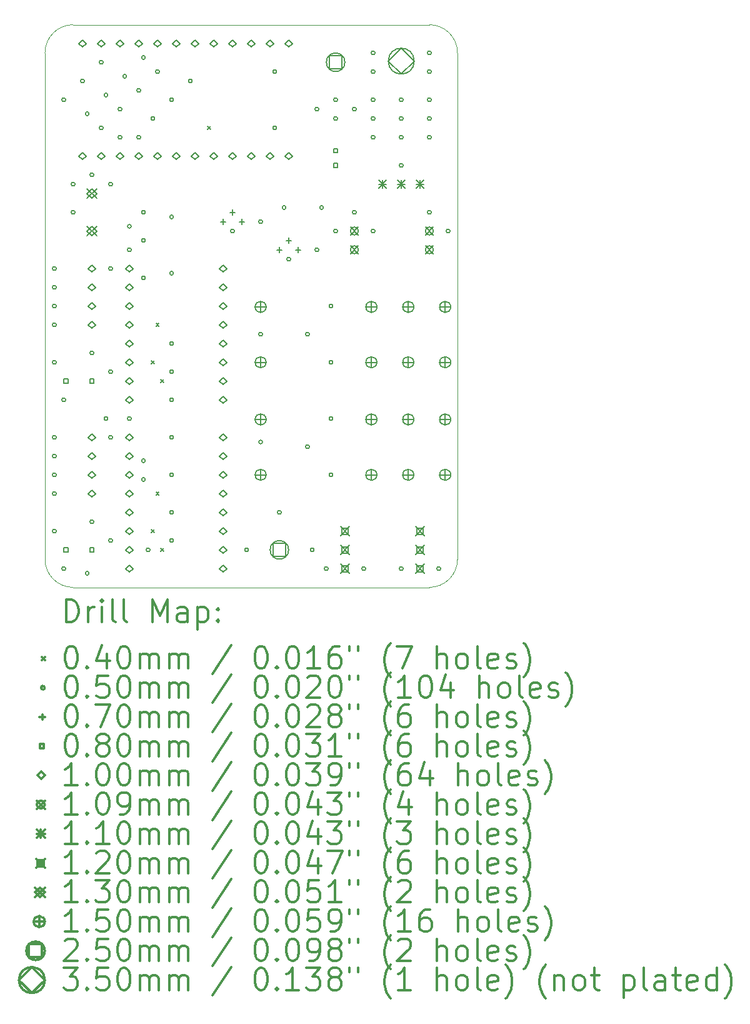
<source format=gbr>
%FSLAX45Y45*%
G04 Gerber Fmt 4.5, Leading zero omitted, Abs format (unit mm)*
G04 Created by KiCad (PCBNEW (5.1.5)-3) date 2020-07-09 20:04:30*
%MOMM*%
%LPD*%
G04 APERTURE LIST*
%TA.AperFunction,Profile*%
%ADD10C,0.050000*%
%TD*%
%ADD11C,0.200000*%
%ADD12C,0.300000*%
G04 APERTURE END LIST*
D10*
X10922000Y-14605000D02*
G75*
G02X10541000Y-14224000I0J381000D01*
G01*
X16129000Y-14224000D02*
G75*
G02X15748000Y-14605000I-381000J0D01*
G01*
X15748000Y-6985000D02*
G75*
G02X16129000Y-7366000I0J-381000D01*
G01*
X10541000Y-7366000D02*
G75*
G02X10922000Y-6985000I381000J0D01*
G01*
X10541000Y-7366000D02*
X10541000Y-14224000D01*
X15748000Y-6985000D02*
X10922000Y-6985000D01*
X16129000Y-14224000D02*
X16129000Y-7366000D01*
X10922000Y-14605000D02*
X15748000Y-14605000D01*
D11*
X11981500Y-11537000D02*
X12021500Y-11577000D01*
X12021500Y-11537000D02*
X11981500Y-11577000D01*
X11981500Y-13823000D02*
X12021500Y-13863000D01*
X12021500Y-13823000D02*
X11981500Y-13863000D01*
X12045000Y-11029000D02*
X12085000Y-11069000D01*
X12085000Y-11029000D02*
X12045000Y-11069000D01*
X12045000Y-13315000D02*
X12085000Y-13355000D01*
X12085000Y-13315000D02*
X12045000Y-13355000D01*
X12108500Y-11791000D02*
X12148500Y-11831000D01*
X12148500Y-11791000D02*
X12108500Y-11831000D01*
X12108500Y-14077000D02*
X12148500Y-14117000D01*
X12148500Y-14077000D02*
X12108500Y-14117000D01*
X12743500Y-8362000D02*
X12783500Y-8402000D01*
X12783500Y-8362000D02*
X12743500Y-8402000D01*
X10693000Y-10287000D02*
G75*
G03X10693000Y-10287000I-25000J0D01*
G01*
X10693000Y-10541000D02*
G75*
G03X10693000Y-10541000I-25000J0D01*
G01*
X10693000Y-10795000D02*
G75*
G03X10693000Y-10795000I-25000J0D01*
G01*
X10693000Y-11049000D02*
G75*
G03X10693000Y-11049000I-25000J0D01*
G01*
X10693000Y-11557000D02*
G75*
G03X10693000Y-11557000I-25000J0D01*
G01*
X10693000Y-12573000D02*
G75*
G03X10693000Y-12573000I-25000J0D01*
G01*
X10693000Y-12827000D02*
G75*
G03X10693000Y-12827000I-25000J0D01*
G01*
X10693000Y-13081000D02*
G75*
G03X10693000Y-13081000I-25000J0D01*
G01*
X10693000Y-13335000D02*
G75*
G03X10693000Y-13335000I-25000J0D01*
G01*
X10693000Y-13843000D02*
G75*
G03X10693000Y-13843000I-25000J0D01*
G01*
X10820000Y-8001000D02*
G75*
G03X10820000Y-8001000I-25000J0D01*
G01*
X10820000Y-12065000D02*
G75*
G03X10820000Y-12065000I-25000J0D01*
G01*
X10820000Y-14351000D02*
G75*
G03X10820000Y-14351000I-25000J0D01*
G01*
X10947000Y-9144000D02*
G75*
G03X10947000Y-9144000I-25000J0D01*
G01*
X10947000Y-9525000D02*
G75*
G03X10947000Y-9525000I-25000J0D01*
G01*
X11074000Y-7747000D02*
G75*
G03X11074000Y-7747000I-25000J0D01*
G01*
X11137500Y-8191500D02*
G75*
G03X11137500Y-8191500I-25000J0D01*
G01*
X11137500Y-14414500D02*
G75*
G03X11137500Y-14414500I-25000J0D01*
G01*
X11201000Y-9017000D02*
G75*
G03X11201000Y-9017000I-25000J0D01*
G01*
X11201000Y-11430000D02*
G75*
G03X11201000Y-11430000I-25000J0D01*
G01*
X11201000Y-13716000D02*
G75*
G03X11201000Y-13716000I-25000J0D01*
G01*
X11328000Y-7493000D02*
G75*
G03X11328000Y-7493000I-25000J0D01*
G01*
X11328000Y-8382000D02*
G75*
G03X11328000Y-8382000I-25000J0D01*
G01*
X11391500Y-7937500D02*
G75*
G03X11391500Y-7937500I-25000J0D01*
G01*
X11391500Y-12319000D02*
G75*
G03X11391500Y-12319000I-25000J0D01*
G01*
X11455000Y-9144000D02*
G75*
G03X11455000Y-9144000I-25000J0D01*
G01*
X11455000Y-10287000D02*
G75*
G03X11455000Y-10287000I-25000J0D01*
G01*
X11455000Y-11684000D02*
G75*
G03X11455000Y-11684000I-25000J0D01*
G01*
X11455000Y-12573000D02*
G75*
G03X11455000Y-12573000I-25000J0D01*
G01*
X11455000Y-13970000D02*
G75*
G03X11455000Y-13970000I-25000J0D01*
G01*
X11582000Y-8128000D02*
G75*
G03X11582000Y-8128000I-25000J0D01*
G01*
X11582000Y-8509000D02*
G75*
G03X11582000Y-8509000I-25000J0D01*
G01*
X11645500Y-7683500D02*
G75*
G03X11645500Y-7683500I-25000J0D01*
G01*
X11709000Y-9715500D02*
G75*
G03X11709000Y-9715500I-25000J0D01*
G01*
X11709000Y-10033000D02*
G75*
G03X11709000Y-10033000I-25000J0D01*
G01*
X11709000Y-12319000D02*
G75*
G03X11709000Y-12319000I-25000J0D01*
G01*
X11836000Y-7874000D02*
G75*
G03X11836000Y-7874000I-25000J0D01*
G01*
X11836000Y-8509000D02*
G75*
G03X11836000Y-8509000I-25000J0D01*
G01*
X11899500Y-7429500D02*
G75*
G03X11899500Y-7429500I-25000J0D01*
G01*
X11899500Y-9525000D02*
G75*
G03X11899500Y-9525000I-25000J0D01*
G01*
X11899500Y-9906000D02*
G75*
G03X11899500Y-9906000I-25000J0D01*
G01*
X11899500Y-10414000D02*
G75*
G03X11899500Y-10414000I-25000J0D01*
G01*
X11899500Y-12890500D02*
G75*
G03X11899500Y-12890500I-25000J0D01*
G01*
X11899500Y-13144500D02*
G75*
G03X11899500Y-13144500I-25000J0D01*
G01*
X11963000Y-14097000D02*
G75*
G03X11963000Y-14097000I-25000J0D01*
G01*
X12026500Y-8255000D02*
G75*
G03X12026500Y-8255000I-25000J0D01*
G01*
X12090000Y-7620000D02*
G75*
G03X12090000Y-7620000I-25000J0D01*
G01*
X12280500Y-8001000D02*
G75*
G03X12280500Y-8001000I-25000J0D01*
G01*
X12280500Y-9588500D02*
G75*
G03X12280500Y-9588500I-25000J0D01*
G01*
X12280500Y-10350500D02*
G75*
G03X12280500Y-10350500I-25000J0D01*
G01*
X12280500Y-11303000D02*
G75*
G03X12280500Y-11303000I-25000J0D01*
G01*
X12280500Y-11684000D02*
G75*
G03X12280500Y-11684000I-25000J0D01*
G01*
X12280500Y-12065000D02*
G75*
G03X12280500Y-12065000I-25000J0D01*
G01*
X12280500Y-12573000D02*
G75*
G03X12280500Y-12573000I-25000J0D01*
G01*
X12280500Y-13081000D02*
G75*
G03X12280500Y-13081000I-25000J0D01*
G01*
X12280500Y-13589000D02*
G75*
G03X12280500Y-13589000I-25000J0D01*
G01*
X12280500Y-13970000D02*
G75*
G03X12280500Y-13970000I-25000J0D01*
G01*
X12534500Y-7747000D02*
G75*
G03X12534500Y-7747000I-25000J0D01*
G01*
X13106000Y-9779000D02*
G75*
G03X13106000Y-9779000I-25000J0D01*
G01*
X13296500Y-14097000D02*
G75*
G03X13296500Y-14097000I-25000J0D01*
G01*
X13487000Y-9652000D02*
G75*
G03X13487000Y-9652000I-25000J0D01*
G01*
X13487000Y-11176000D02*
G75*
G03X13487000Y-11176000I-25000J0D01*
G01*
X13487000Y-12636500D02*
G75*
G03X13487000Y-12636500I-25000J0D01*
G01*
X13677500Y-7620000D02*
G75*
G03X13677500Y-7620000I-25000J0D01*
G01*
X13677500Y-8382000D02*
G75*
G03X13677500Y-8382000I-25000J0D01*
G01*
X13741000Y-13589000D02*
G75*
G03X13741000Y-13589000I-25000J0D01*
G01*
X13804500Y-9461500D02*
G75*
G03X13804500Y-9461500I-25000J0D01*
G01*
X13868000Y-10160000D02*
G75*
G03X13868000Y-10160000I-25000J0D01*
G01*
X14122000Y-11176000D02*
G75*
G03X14122000Y-11176000I-25000J0D01*
G01*
X14122000Y-12700000D02*
G75*
G03X14122000Y-12700000I-25000J0D01*
G01*
X14185500Y-14097000D02*
G75*
G03X14185500Y-14097000I-25000J0D01*
G01*
X14249000Y-8128000D02*
G75*
G03X14249000Y-8128000I-25000J0D01*
G01*
X14249000Y-10033000D02*
G75*
G03X14249000Y-10033000I-25000J0D01*
G01*
X14312500Y-9461500D02*
G75*
G03X14312500Y-9461500I-25000J0D01*
G01*
X14376000Y-14351000D02*
G75*
G03X14376000Y-14351000I-25000J0D01*
G01*
X14439500Y-10795000D02*
G75*
G03X14439500Y-10795000I-25000J0D01*
G01*
X14439500Y-11557000D02*
G75*
G03X14439500Y-11557000I-25000J0D01*
G01*
X14439500Y-12319000D02*
G75*
G03X14439500Y-12319000I-25000J0D01*
G01*
X14439500Y-13081000D02*
G75*
G03X14439500Y-13081000I-25000J0D01*
G01*
X14503000Y-8001000D02*
G75*
G03X14503000Y-8001000I-25000J0D01*
G01*
X14503000Y-8255000D02*
G75*
G03X14503000Y-8255000I-25000J0D01*
G01*
X14503000Y-9779000D02*
G75*
G03X14503000Y-9779000I-25000J0D01*
G01*
X14757000Y-8128000D02*
G75*
G03X14757000Y-8128000I-25000J0D01*
G01*
X14757000Y-9525000D02*
G75*
G03X14757000Y-9525000I-25000J0D01*
G01*
X14884000Y-14351000D02*
G75*
G03X14884000Y-14351000I-25000J0D01*
G01*
X15011000Y-7366000D02*
G75*
G03X15011000Y-7366000I-25000J0D01*
G01*
X15011000Y-7620000D02*
G75*
G03X15011000Y-7620000I-25000J0D01*
G01*
X15011000Y-8001000D02*
G75*
G03X15011000Y-8001000I-25000J0D01*
G01*
X15011000Y-8255000D02*
G75*
G03X15011000Y-8255000I-25000J0D01*
G01*
X15011000Y-8509000D02*
G75*
G03X15011000Y-8509000I-25000J0D01*
G01*
X15011000Y-9779000D02*
G75*
G03X15011000Y-9779000I-25000J0D01*
G01*
X15392000Y-8001000D02*
G75*
G03X15392000Y-8001000I-25000J0D01*
G01*
X15392000Y-8255000D02*
G75*
G03X15392000Y-8255000I-25000J0D01*
G01*
X15392000Y-8509000D02*
G75*
G03X15392000Y-8509000I-25000J0D01*
G01*
X15392000Y-8890000D02*
G75*
G03X15392000Y-8890000I-25000J0D01*
G01*
X15392000Y-14351000D02*
G75*
G03X15392000Y-14351000I-25000J0D01*
G01*
X15773000Y-7366000D02*
G75*
G03X15773000Y-7366000I-25000J0D01*
G01*
X15773000Y-7620000D02*
G75*
G03X15773000Y-7620000I-25000J0D01*
G01*
X15773000Y-8001000D02*
G75*
G03X15773000Y-8001000I-25000J0D01*
G01*
X15773000Y-8255000D02*
G75*
G03X15773000Y-8255000I-25000J0D01*
G01*
X15773000Y-8509000D02*
G75*
G03X15773000Y-8509000I-25000J0D01*
G01*
X15773000Y-9525000D02*
G75*
G03X15773000Y-9525000I-25000J0D01*
G01*
X15900000Y-14351000D02*
G75*
G03X15900000Y-14351000I-25000J0D01*
G01*
X16027000Y-9779000D02*
G75*
G03X16027000Y-9779000I-25000J0D01*
G01*
X13716000Y-9998000D02*
X13716000Y-10068000D01*
X13681000Y-10033000D02*
X13751000Y-10033000D01*
X13843000Y-9871000D02*
X13843000Y-9941000D01*
X13808000Y-9906000D02*
X13878000Y-9906000D01*
X13970000Y-9998000D02*
X13970000Y-10068000D01*
X13935000Y-10033000D02*
X14005000Y-10033000D01*
X12954000Y-9617000D02*
X12954000Y-9687000D01*
X12919000Y-9652000D02*
X12989000Y-9652000D01*
X13081000Y-9490000D02*
X13081000Y-9560000D01*
X13046000Y-9525000D02*
X13116000Y-9525000D01*
X13208000Y-9617000D02*
X13208000Y-9687000D01*
X13173000Y-9652000D02*
X13243000Y-9652000D01*
X14506284Y-8718285D02*
X14506284Y-8661716D01*
X14449715Y-8661716D01*
X14449715Y-8718285D01*
X14506284Y-8718285D01*
X14506284Y-8918285D02*
X14506284Y-8861716D01*
X14449715Y-8861716D01*
X14449715Y-8918285D01*
X14506284Y-8918285D01*
X10854285Y-14125284D02*
X10854285Y-14068715D01*
X10797716Y-14068715D01*
X10797716Y-14125284D01*
X10854285Y-14125284D01*
X11204284Y-14125284D02*
X11204284Y-14068715D01*
X11147716Y-14068715D01*
X11147716Y-14125284D01*
X11204284Y-14125284D01*
X10854285Y-11839284D02*
X10854285Y-11782715D01*
X10797716Y-11782715D01*
X10797716Y-11839284D01*
X10854285Y-11839284D01*
X11204284Y-11839284D02*
X11204284Y-11782715D01*
X11147716Y-11782715D01*
X11147716Y-11839284D01*
X11204284Y-11839284D01*
X11684000Y-10337000D02*
X11734000Y-10287000D01*
X11684000Y-10237000D01*
X11634000Y-10287000D01*
X11684000Y-10337000D01*
X11684000Y-10591000D02*
X11734000Y-10541000D01*
X11684000Y-10491000D01*
X11634000Y-10541000D01*
X11684000Y-10591000D01*
X11684000Y-10845000D02*
X11734000Y-10795000D01*
X11684000Y-10745000D01*
X11634000Y-10795000D01*
X11684000Y-10845000D01*
X11684000Y-11099000D02*
X11734000Y-11049000D01*
X11684000Y-10999000D01*
X11634000Y-11049000D01*
X11684000Y-11099000D01*
X11684000Y-11353000D02*
X11734000Y-11303000D01*
X11684000Y-11253000D01*
X11634000Y-11303000D01*
X11684000Y-11353000D01*
X11684000Y-11607000D02*
X11734000Y-11557000D01*
X11684000Y-11507000D01*
X11634000Y-11557000D01*
X11684000Y-11607000D01*
X11684000Y-11861000D02*
X11734000Y-11811000D01*
X11684000Y-11761000D01*
X11634000Y-11811000D01*
X11684000Y-11861000D01*
X11684000Y-12115000D02*
X11734000Y-12065000D01*
X11684000Y-12015000D01*
X11634000Y-12065000D01*
X11684000Y-12115000D01*
X12954000Y-10337000D02*
X13004000Y-10287000D01*
X12954000Y-10237000D01*
X12904000Y-10287000D01*
X12954000Y-10337000D01*
X12954000Y-10591000D02*
X13004000Y-10541000D01*
X12954000Y-10491000D01*
X12904000Y-10541000D01*
X12954000Y-10591000D01*
X12954000Y-10845000D02*
X13004000Y-10795000D01*
X12954000Y-10745000D01*
X12904000Y-10795000D01*
X12954000Y-10845000D01*
X12954000Y-11099000D02*
X13004000Y-11049000D01*
X12954000Y-10999000D01*
X12904000Y-11049000D01*
X12954000Y-11099000D01*
X12954000Y-11353000D02*
X13004000Y-11303000D01*
X12954000Y-11253000D01*
X12904000Y-11303000D01*
X12954000Y-11353000D01*
X12954000Y-11607000D02*
X13004000Y-11557000D01*
X12954000Y-11507000D01*
X12904000Y-11557000D01*
X12954000Y-11607000D01*
X12954000Y-11861000D02*
X13004000Y-11811000D01*
X12954000Y-11761000D01*
X12904000Y-11811000D01*
X12954000Y-11861000D01*
X12954000Y-12115000D02*
X13004000Y-12065000D01*
X12954000Y-12015000D01*
X12904000Y-12065000D01*
X12954000Y-12115000D01*
X11176000Y-12623000D02*
X11226000Y-12573000D01*
X11176000Y-12523000D01*
X11126000Y-12573000D01*
X11176000Y-12623000D01*
X11176000Y-12877000D02*
X11226000Y-12827000D01*
X11176000Y-12777000D01*
X11126000Y-12827000D01*
X11176000Y-12877000D01*
X11176000Y-13131000D02*
X11226000Y-13081000D01*
X11176000Y-13031000D01*
X11126000Y-13081000D01*
X11176000Y-13131000D01*
X11176000Y-13385000D02*
X11226000Y-13335000D01*
X11176000Y-13285000D01*
X11126000Y-13335000D01*
X11176000Y-13385000D01*
X11684000Y-12623000D02*
X11734000Y-12573000D01*
X11684000Y-12523000D01*
X11634000Y-12573000D01*
X11684000Y-12623000D01*
X11684000Y-12877000D02*
X11734000Y-12827000D01*
X11684000Y-12777000D01*
X11634000Y-12827000D01*
X11684000Y-12877000D01*
X11684000Y-13131000D02*
X11734000Y-13081000D01*
X11684000Y-13031000D01*
X11634000Y-13081000D01*
X11684000Y-13131000D01*
X11684000Y-13385000D02*
X11734000Y-13335000D01*
X11684000Y-13285000D01*
X11634000Y-13335000D01*
X11684000Y-13385000D01*
X11684000Y-13639000D02*
X11734000Y-13589000D01*
X11684000Y-13539000D01*
X11634000Y-13589000D01*
X11684000Y-13639000D01*
X11684000Y-13893000D02*
X11734000Y-13843000D01*
X11684000Y-13793000D01*
X11634000Y-13843000D01*
X11684000Y-13893000D01*
X11684000Y-14147000D02*
X11734000Y-14097000D01*
X11684000Y-14047000D01*
X11634000Y-14097000D01*
X11684000Y-14147000D01*
X11684000Y-14401000D02*
X11734000Y-14351000D01*
X11684000Y-14301000D01*
X11634000Y-14351000D01*
X11684000Y-14401000D01*
X12954000Y-12623000D02*
X13004000Y-12573000D01*
X12954000Y-12523000D01*
X12904000Y-12573000D01*
X12954000Y-12623000D01*
X12954000Y-12877000D02*
X13004000Y-12827000D01*
X12954000Y-12777000D01*
X12904000Y-12827000D01*
X12954000Y-12877000D01*
X12954000Y-13131000D02*
X13004000Y-13081000D01*
X12954000Y-13031000D01*
X12904000Y-13081000D01*
X12954000Y-13131000D01*
X12954000Y-13385000D02*
X13004000Y-13335000D01*
X12954000Y-13285000D01*
X12904000Y-13335000D01*
X12954000Y-13385000D01*
X12954000Y-13639000D02*
X13004000Y-13589000D01*
X12954000Y-13539000D01*
X12904000Y-13589000D01*
X12954000Y-13639000D01*
X12954000Y-13893000D02*
X13004000Y-13843000D01*
X12954000Y-13793000D01*
X12904000Y-13843000D01*
X12954000Y-13893000D01*
X12954000Y-14147000D02*
X13004000Y-14097000D01*
X12954000Y-14047000D01*
X12904000Y-14097000D01*
X12954000Y-14147000D01*
X12954000Y-14401000D02*
X13004000Y-14351000D01*
X12954000Y-14301000D01*
X12904000Y-14351000D01*
X12954000Y-14401000D01*
X11176000Y-10337000D02*
X11226000Y-10287000D01*
X11176000Y-10237000D01*
X11126000Y-10287000D01*
X11176000Y-10337000D01*
X11176000Y-10591000D02*
X11226000Y-10541000D01*
X11176000Y-10491000D01*
X11126000Y-10541000D01*
X11176000Y-10591000D01*
X11176000Y-10845000D02*
X11226000Y-10795000D01*
X11176000Y-10745000D01*
X11126000Y-10795000D01*
X11176000Y-10845000D01*
X11176000Y-11099000D02*
X11226000Y-11049000D01*
X11176000Y-10999000D01*
X11126000Y-11049000D01*
X11176000Y-11099000D01*
X11049000Y-7289000D02*
X11099000Y-7239000D01*
X11049000Y-7189000D01*
X10999000Y-7239000D01*
X11049000Y-7289000D01*
X11049000Y-8813000D02*
X11099000Y-8763000D01*
X11049000Y-8713000D01*
X10999000Y-8763000D01*
X11049000Y-8813000D01*
X11303000Y-7289000D02*
X11353000Y-7239000D01*
X11303000Y-7189000D01*
X11253000Y-7239000D01*
X11303000Y-7289000D01*
X11303000Y-8813000D02*
X11353000Y-8763000D01*
X11303000Y-8713000D01*
X11253000Y-8763000D01*
X11303000Y-8813000D01*
X11557000Y-7289000D02*
X11607000Y-7239000D01*
X11557000Y-7189000D01*
X11507000Y-7239000D01*
X11557000Y-7289000D01*
X11557000Y-8813000D02*
X11607000Y-8763000D01*
X11557000Y-8713000D01*
X11507000Y-8763000D01*
X11557000Y-8813000D01*
X11811000Y-7289000D02*
X11861000Y-7239000D01*
X11811000Y-7189000D01*
X11761000Y-7239000D01*
X11811000Y-7289000D01*
X11811000Y-8813000D02*
X11861000Y-8763000D01*
X11811000Y-8713000D01*
X11761000Y-8763000D01*
X11811000Y-8813000D01*
X12065000Y-7289000D02*
X12115000Y-7239000D01*
X12065000Y-7189000D01*
X12015000Y-7239000D01*
X12065000Y-7289000D01*
X12065000Y-8813000D02*
X12115000Y-8763000D01*
X12065000Y-8713000D01*
X12015000Y-8763000D01*
X12065000Y-8813000D01*
X12319000Y-7289000D02*
X12369000Y-7239000D01*
X12319000Y-7189000D01*
X12269000Y-7239000D01*
X12319000Y-7289000D01*
X12319000Y-8813000D02*
X12369000Y-8763000D01*
X12319000Y-8713000D01*
X12269000Y-8763000D01*
X12319000Y-8813000D01*
X12573000Y-7289000D02*
X12623000Y-7239000D01*
X12573000Y-7189000D01*
X12523000Y-7239000D01*
X12573000Y-7289000D01*
X12573000Y-8813000D02*
X12623000Y-8763000D01*
X12573000Y-8713000D01*
X12523000Y-8763000D01*
X12573000Y-8813000D01*
X12827000Y-7289000D02*
X12877000Y-7239000D01*
X12827000Y-7189000D01*
X12777000Y-7239000D01*
X12827000Y-7289000D01*
X12827000Y-8813000D02*
X12877000Y-8763000D01*
X12827000Y-8713000D01*
X12777000Y-8763000D01*
X12827000Y-8813000D01*
X13081000Y-7289000D02*
X13131000Y-7239000D01*
X13081000Y-7189000D01*
X13031000Y-7239000D01*
X13081000Y-7289000D01*
X13081000Y-8813000D02*
X13131000Y-8763000D01*
X13081000Y-8713000D01*
X13031000Y-8763000D01*
X13081000Y-8813000D01*
X13335000Y-7289000D02*
X13385000Y-7239000D01*
X13335000Y-7189000D01*
X13285000Y-7239000D01*
X13335000Y-7289000D01*
X13335000Y-8813000D02*
X13385000Y-8763000D01*
X13335000Y-8713000D01*
X13285000Y-8763000D01*
X13335000Y-8813000D01*
X13589000Y-7289000D02*
X13639000Y-7239000D01*
X13589000Y-7189000D01*
X13539000Y-7239000D01*
X13589000Y-7289000D01*
X13589000Y-8813000D02*
X13639000Y-8763000D01*
X13589000Y-8713000D01*
X13539000Y-8763000D01*
X13589000Y-8813000D01*
X13843000Y-7289000D02*
X13893000Y-7239000D01*
X13843000Y-7189000D01*
X13793000Y-7239000D01*
X13843000Y-7289000D01*
X13843000Y-8813000D02*
X13893000Y-8763000D01*
X13843000Y-8713000D01*
X13793000Y-8763000D01*
X13843000Y-8813000D01*
X15693500Y-9724500D02*
X15802500Y-9833500D01*
X15802500Y-9724500D02*
X15693500Y-9833500D01*
X15802500Y-9779000D02*
G75*
G03X15802500Y-9779000I-54500J0D01*
G01*
X15693500Y-9978500D02*
X15802500Y-10087500D01*
X15802500Y-9978500D02*
X15693500Y-10087500D01*
X15802500Y-10033000D02*
G75*
G03X15802500Y-10033000I-54500J0D01*
G01*
X14677500Y-9724500D02*
X14786500Y-9833500D01*
X14786500Y-9724500D02*
X14677500Y-9833500D01*
X14786500Y-9779000D02*
G75*
G03X14786500Y-9779000I-54500J0D01*
G01*
X14677500Y-9978500D02*
X14786500Y-10087500D01*
X14786500Y-9978500D02*
X14677500Y-10087500D01*
X14786500Y-10033000D02*
G75*
G03X14786500Y-10033000I-54500J0D01*
G01*
X15058000Y-9089000D02*
X15168000Y-9199000D01*
X15168000Y-9089000D02*
X15058000Y-9199000D01*
X15113000Y-9089000D02*
X15113000Y-9199000D01*
X15058000Y-9144000D02*
X15168000Y-9144000D01*
X15312000Y-9089000D02*
X15422000Y-9199000D01*
X15422000Y-9089000D02*
X15312000Y-9199000D01*
X15367000Y-9089000D02*
X15367000Y-9199000D01*
X15312000Y-9144000D02*
X15422000Y-9144000D01*
X15566000Y-9089000D02*
X15676000Y-9199000D01*
X15676000Y-9089000D02*
X15566000Y-9199000D01*
X15621000Y-9089000D02*
X15621000Y-9199000D01*
X15566000Y-9144000D02*
X15676000Y-9144000D01*
X14545000Y-13783000D02*
X14665000Y-13903000D01*
X14665000Y-13783000D02*
X14545000Y-13903000D01*
X14647427Y-13885427D02*
X14647427Y-13800573D01*
X14562573Y-13800573D01*
X14562573Y-13885427D01*
X14647427Y-13885427D01*
X14545000Y-14037000D02*
X14665000Y-14157000D01*
X14665000Y-14037000D02*
X14545000Y-14157000D01*
X14647427Y-14139427D02*
X14647427Y-14054573D01*
X14562573Y-14054573D01*
X14562573Y-14139427D01*
X14647427Y-14139427D01*
X14545000Y-14291000D02*
X14665000Y-14411000D01*
X14665000Y-14291000D02*
X14545000Y-14411000D01*
X14647427Y-14393427D02*
X14647427Y-14308573D01*
X14562573Y-14308573D01*
X14562573Y-14393427D01*
X14647427Y-14393427D01*
X15561000Y-13783000D02*
X15681000Y-13903000D01*
X15681000Y-13783000D02*
X15561000Y-13903000D01*
X15663427Y-13885427D02*
X15663427Y-13800573D01*
X15578573Y-13800573D01*
X15578573Y-13885427D01*
X15663427Y-13885427D01*
X15561000Y-14037000D02*
X15681000Y-14157000D01*
X15681000Y-14037000D02*
X15561000Y-14157000D01*
X15663427Y-14139427D02*
X15663427Y-14054573D01*
X15578573Y-14054573D01*
X15578573Y-14139427D01*
X15663427Y-14139427D01*
X15561000Y-14291000D02*
X15681000Y-14411000D01*
X15681000Y-14291000D02*
X15561000Y-14411000D01*
X15663427Y-14393427D02*
X15663427Y-14308573D01*
X15578573Y-14308573D01*
X15578573Y-14393427D01*
X15663427Y-14393427D01*
X11111000Y-9206000D02*
X11241000Y-9336000D01*
X11241000Y-9206000D02*
X11111000Y-9336000D01*
X11176000Y-9336000D02*
X11241000Y-9271000D01*
X11176000Y-9206000D01*
X11111000Y-9271000D01*
X11176000Y-9336000D01*
X11111000Y-9714000D02*
X11241000Y-9844000D01*
X11241000Y-9714000D02*
X11111000Y-9844000D01*
X11176000Y-9844000D02*
X11241000Y-9779000D01*
X11176000Y-9714000D01*
X11111000Y-9779000D01*
X11176000Y-9844000D01*
X13462000Y-12256000D02*
X13462000Y-12406000D01*
X13387000Y-12331000D02*
X13537000Y-12331000D01*
X13537000Y-12331000D02*
G75*
G03X13537000Y-12331000I-75000J0D01*
G01*
X13462000Y-13006000D02*
X13462000Y-13156000D01*
X13387000Y-13081000D02*
X13537000Y-13081000D01*
X13537000Y-13081000D02*
G75*
G03X13537000Y-13081000I-75000J0D01*
G01*
X14962000Y-12256000D02*
X14962000Y-12406000D01*
X14887000Y-12331000D02*
X15037000Y-12331000D01*
X15037000Y-12331000D02*
G75*
G03X15037000Y-12331000I-75000J0D01*
G01*
X14962000Y-13006000D02*
X14962000Y-13156000D01*
X14887000Y-13081000D02*
X15037000Y-13081000D01*
X15037000Y-13081000D02*
G75*
G03X15037000Y-13081000I-75000J0D01*
G01*
X15462000Y-12256000D02*
X15462000Y-12406000D01*
X15387000Y-12331000D02*
X15537000Y-12331000D01*
X15537000Y-12331000D02*
G75*
G03X15537000Y-12331000I-75000J0D01*
G01*
X15462000Y-13006000D02*
X15462000Y-13156000D01*
X15387000Y-13081000D02*
X15537000Y-13081000D01*
X15537000Y-13081000D02*
G75*
G03X15537000Y-13081000I-75000J0D01*
G01*
X15962000Y-12256000D02*
X15962000Y-12406000D01*
X15887000Y-12331000D02*
X16037000Y-12331000D01*
X16037000Y-12331000D02*
G75*
G03X16037000Y-12331000I-75000J0D01*
G01*
X15962000Y-13006000D02*
X15962000Y-13156000D01*
X15887000Y-13081000D02*
X16037000Y-13081000D01*
X16037000Y-13081000D02*
G75*
G03X16037000Y-13081000I-75000J0D01*
G01*
X13462000Y-10732000D02*
X13462000Y-10882000D01*
X13387000Y-10807000D02*
X13537000Y-10807000D01*
X13537000Y-10807000D02*
G75*
G03X13537000Y-10807000I-75000J0D01*
G01*
X13462000Y-11482000D02*
X13462000Y-11632000D01*
X13387000Y-11557000D02*
X13537000Y-11557000D01*
X13537000Y-11557000D02*
G75*
G03X13537000Y-11557000I-75000J0D01*
G01*
X14962000Y-10732000D02*
X14962000Y-10882000D01*
X14887000Y-10807000D02*
X15037000Y-10807000D01*
X15037000Y-10807000D02*
G75*
G03X15037000Y-10807000I-75000J0D01*
G01*
X14962000Y-11482000D02*
X14962000Y-11632000D01*
X14887000Y-11557000D02*
X15037000Y-11557000D01*
X15037000Y-11557000D02*
G75*
G03X15037000Y-11557000I-75000J0D01*
G01*
X15462000Y-10732000D02*
X15462000Y-10882000D01*
X15387000Y-10807000D02*
X15537000Y-10807000D01*
X15537000Y-10807000D02*
G75*
G03X15537000Y-10807000I-75000J0D01*
G01*
X15462000Y-11482000D02*
X15462000Y-11632000D01*
X15387000Y-11557000D02*
X15537000Y-11557000D01*
X15537000Y-11557000D02*
G75*
G03X15537000Y-11557000I-75000J0D01*
G01*
X15962000Y-10732000D02*
X15962000Y-10882000D01*
X15887000Y-10807000D02*
X16037000Y-10807000D01*
X16037000Y-10807000D02*
G75*
G03X16037000Y-10807000I-75000J0D01*
G01*
X15962000Y-11482000D02*
X15962000Y-11632000D01*
X15887000Y-11557000D02*
X16037000Y-11557000D01*
X16037000Y-11557000D02*
G75*
G03X16037000Y-11557000I-75000J0D01*
G01*
X13804389Y-14185389D02*
X13804389Y-14008611D01*
X13627611Y-14008611D01*
X13627611Y-14185389D01*
X13804389Y-14185389D01*
X13841000Y-14097000D02*
G75*
G03X13841000Y-14097000I-125000J0D01*
G01*
X14566389Y-7581389D02*
X14566389Y-7404611D01*
X14389611Y-7404611D01*
X14389611Y-7581389D01*
X14566389Y-7581389D01*
X14603000Y-7493000D02*
G75*
G03X14603000Y-7493000I-125000J0D01*
G01*
X15367000Y-7653000D02*
X15542000Y-7478000D01*
X15367000Y-7303000D01*
X15192000Y-7478000D01*
X15367000Y-7653000D01*
X15542000Y-7478000D02*
G75*
G03X15542000Y-7478000I-175000J0D01*
G01*
D12*
X10824928Y-15073214D02*
X10824928Y-14773214D01*
X10896357Y-14773214D01*
X10939214Y-14787500D01*
X10967786Y-14816071D01*
X10982071Y-14844643D01*
X10996357Y-14901786D01*
X10996357Y-14944643D01*
X10982071Y-15001786D01*
X10967786Y-15030357D01*
X10939214Y-15058929D01*
X10896357Y-15073214D01*
X10824928Y-15073214D01*
X11124928Y-15073214D02*
X11124928Y-14873214D01*
X11124928Y-14930357D02*
X11139214Y-14901786D01*
X11153500Y-14887500D01*
X11182071Y-14873214D01*
X11210643Y-14873214D01*
X11310643Y-15073214D02*
X11310643Y-14873214D01*
X11310643Y-14773214D02*
X11296357Y-14787500D01*
X11310643Y-14801786D01*
X11324928Y-14787500D01*
X11310643Y-14773214D01*
X11310643Y-14801786D01*
X11496357Y-15073214D02*
X11467786Y-15058929D01*
X11453500Y-15030357D01*
X11453500Y-14773214D01*
X11653500Y-15073214D02*
X11624928Y-15058929D01*
X11610643Y-15030357D01*
X11610643Y-14773214D01*
X11996357Y-15073214D02*
X11996357Y-14773214D01*
X12096357Y-14987500D01*
X12196357Y-14773214D01*
X12196357Y-15073214D01*
X12467786Y-15073214D02*
X12467786Y-14916071D01*
X12453500Y-14887500D01*
X12424928Y-14873214D01*
X12367786Y-14873214D01*
X12339214Y-14887500D01*
X12467786Y-15058929D02*
X12439214Y-15073214D01*
X12367786Y-15073214D01*
X12339214Y-15058929D01*
X12324928Y-15030357D01*
X12324928Y-15001786D01*
X12339214Y-14973214D01*
X12367786Y-14958929D01*
X12439214Y-14958929D01*
X12467786Y-14944643D01*
X12610643Y-14873214D02*
X12610643Y-15173214D01*
X12610643Y-14887500D02*
X12639214Y-14873214D01*
X12696357Y-14873214D01*
X12724928Y-14887500D01*
X12739214Y-14901786D01*
X12753500Y-14930357D01*
X12753500Y-15016071D01*
X12739214Y-15044643D01*
X12724928Y-15058929D01*
X12696357Y-15073214D01*
X12639214Y-15073214D01*
X12610643Y-15058929D01*
X12882071Y-15044643D02*
X12896357Y-15058929D01*
X12882071Y-15073214D01*
X12867786Y-15058929D01*
X12882071Y-15044643D01*
X12882071Y-15073214D01*
X12882071Y-14887500D02*
X12896357Y-14901786D01*
X12882071Y-14916071D01*
X12867786Y-14901786D01*
X12882071Y-14887500D01*
X12882071Y-14916071D01*
X10498500Y-15547500D02*
X10538500Y-15587500D01*
X10538500Y-15547500D02*
X10498500Y-15587500D01*
X10882071Y-15403214D02*
X10910643Y-15403214D01*
X10939214Y-15417500D01*
X10953500Y-15431786D01*
X10967786Y-15460357D01*
X10982071Y-15517500D01*
X10982071Y-15588929D01*
X10967786Y-15646071D01*
X10953500Y-15674643D01*
X10939214Y-15688929D01*
X10910643Y-15703214D01*
X10882071Y-15703214D01*
X10853500Y-15688929D01*
X10839214Y-15674643D01*
X10824928Y-15646071D01*
X10810643Y-15588929D01*
X10810643Y-15517500D01*
X10824928Y-15460357D01*
X10839214Y-15431786D01*
X10853500Y-15417500D01*
X10882071Y-15403214D01*
X11110643Y-15674643D02*
X11124928Y-15688929D01*
X11110643Y-15703214D01*
X11096357Y-15688929D01*
X11110643Y-15674643D01*
X11110643Y-15703214D01*
X11382071Y-15503214D02*
X11382071Y-15703214D01*
X11310643Y-15388929D02*
X11239214Y-15603214D01*
X11424928Y-15603214D01*
X11596357Y-15403214D02*
X11624928Y-15403214D01*
X11653500Y-15417500D01*
X11667786Y-15431786D01*
X11682071Y-15460357D01*
X11696357Y-15517500D01*
X11696357Y-15588929D01*
X11682071Y-15646071D01*
X11667786Y-15674643D01*
X11653500Y-15688929D01*
X11624928Y-15703214D01*
X11596357Y-15703214D01*
X11567786Y-15688929D01*
X11553500Y-15674643D01*
X11539214Y-15646071D01*
X11524928Y-15588929D01*
X11524928Y-15517500D01*
X11539214Y-15460357D01*
X11553500Y-15431786D01*
X11567786Y-15417500D01*
X11596357Y-15403214D01*
X11824928Y-15703214D02*
X11824928Y-15503214D01*
X11824928Y-15531786D02*
X11839214Y-15517500D01*
X11867786Y-15503214D01*
X11910643Y-15503214D01*
X11939214Y-15517500D01*
X11953500Y-15546071D01*
X11953500Y-15703214D01*
X11953500Y-15546071D02*
X11967786Y-15517500D01*
X11996357Y-15503214D01*
X12039214Y-15503214D01*
X12067786Y-15517500D01*
X12082071Y-15546071D01*
X12082071Y-15703214D01*
X12224928Y-15703214D02*
X12224928Y-15503214D01*
X12224928Y-15531786D02*
X12239214Y-15517500D01*
X12267786Y-15503214D01*
X12310643Y-15503214D01*
X12339214Y-15517500D01*
X12353500Y-15546071D01*
X12353500Y-15703214D01*
X12353500Y-15546071D02*
X12367786Y-15517500D01*
X12396357Y-15503214D01*
X12439214Y-15503214D01*
X12467786Y-15517500D01*
X12482071Y-15546071D01*
X12482071Y-15703214D01*
X13067786Y-15388929D02*
X12810643Y-15774643D01*
X13453500Y-15403214D02*
X13482071Y-15403214D01*
X13510643Y-15417500D01*
X13524928Y-15431786D01*
X13539214Y-15460357D01*
X13553500Y-15517500D01*
X13553500Y-15588929D01*
X13539214Y-15646071D01*
X13524928Y-15674643D01*
X13510643Y-15688929D01*
X13482071Y-15703214D01*
X13453500Y-15703214D01*
X13424928Y-15688929D01*
X13410643Y-15674643D01*
X13396357Y-15646071D01*
X13382071Y-15588929D01*
X13382071Y-15517500D01*
X13396357Y-15460357D01*
X13410643Y-15431786D01*
X13424928Y-15417500D01*
X13453500Y-15403214D01*
X13682071Y-15674643D02*
X13696357Y-15688929D01*
X13682071Y-15703214D01*
X13667786Y-15688929D01*
X13682071Y-15674643D01*
X13682071Y-15703214D01*
X13882071Y-15403214D02*
X13910643Y-15403214D01*
X13939214Y-15417500D01*
X13953500Y-15431786D01*
X13967786Y-15460357D01*
X13982071Y-15517500D01*
X13982071Y-15588929D01*
X13967786Y-15646071D01*
X13953500Y-15674643D01*
X13939214Y-15688929D01*
X13910643Y-15703214D01*
X13882071Y-15703214D01*
X13853500Y-15688929D01*
X13839214Y-15674643D01*
X13824928Y-15646071D01*
X13810643Y-15588929D01*
X13810643Y-15517500D01*
X13824928Y-15460357D01*
X13839214Y-15431786D01*
X13853500Y-15417500D01*
X13882071Y-15403214D01*
X14267786Y-15703214D02*
X14096357Y-15703214D01*
X14182071Y-15703214D02*
X14182071Y-15403214D01*
X14153500Y-15446071D01*
X14124928Y-15474643D01*
X14096357Y-15488929D01*
X14524928Y-15403214D02*
X14467786Y-15403214D01*
X14439214Y-15417500D01*
X14424928Y-15431786D01*
X14396357Y-15474643D01*
X14382071Y-15531786D01*
X14382071Y-15646071D01*
X14396357Y-15674643D01*
X14410643Y-15688929D01*
X14439214Y-15703214D01*
X14496357Y-15703214D01*
X14524928Y-15688929D01*
X14539214Y-15674643D01*
X14553500Y-15646071D01*
X14553500Y-15574643D01*
X14539214Y-15546071D01*
X14524928Y-15531786D01*
X14496357Y-15517500D01*
X14439214Y-15517500D01*
X14410643Y-15531786D01*
X14396357Y-15546071D01*
X14382071Y-15574643D01*
X14667786Y-15403214D02*
X14667786Y-15460357D01*
X14782071Y-15403214D02*
X14782071Y-15460357D01*
X15224928Y-15817500D02*
X15210643Y-15803214D01*
X15182071Y-15760357D01*
X15167786Y-15731786D01*
X15153500Y-15688929D01*
X15139214Y-15617500D01*
X15139214Y-15560357D01*
X15153500Y-15488929D01*
X15167786Y-15446071D01*
X15182071Y-15417500D01*
X15210643Y-15374643D01*
X15224928Y-15360357D01*
X15310643Y-15403214D02*
X15510643Y-15403214D01*
X15382071Y-15703214D01*
X15853500Y-15703214D02*
X15853500Y-15403214D01*
X15982071Y-15703214D02*
X15982071Y-15546071D01*
X15967786Y-15517500D01*
X15939214Y-15503214D01*
X15896357Y-15503214D01*
X15867786Y-15517500D01*
X15853500Y-15531786D01*
X16167786Y-15703214D02*
X16139214Y-15688929D01*
X16124928Y-15674643D01*
X16110643Y-15646071D01*
X16110643Y-15560357D01*
X16124928Y-15531786D01*
X16139214Y-15517500D01*
X16167786Y-15503214D01*
X16210643Y-15503214D01*
X16239214Y-15517500D01*
X16253500Y-15531786D01*
X16267786Y-15560357D01*
X16267786Y-15646071D01*
X16253500Y-15674643D01*
X16239214Y-15688929D01*
X16210643Y-15703214D01*
X16167786Y-15703214D01*
X16439214Y-15703214D02*
X16410643Y-15688929D01*
X16396357Y-15660357D01*
X16396357Y-15403214D01*
X16667786Y-15688929D02*
X16639214Y-15703214D01*
X16582071Y-15703214D01*
X16553500Y-15688929D01*
X16539214Y-15660357D01*
X16539214Y-15546071D01*
X16553500Y-15517500D01*
X16582071Y-15503214D01*
X16639214Y-15503214D01*
X16667786Y-15517500D01*
X16682071Y-15546071D01*
X16682071Y-15574643D01*
X16539214Y-15603214D01*
X16796357Y-15688929D02*
X16824928Y-15703214D01*
X16882071Y-15703214D01*
X16910643Y-15688929D01*
X16924928Y-15660357D01*
X16924928Y-15646071D01*
X16910643Y-15617500D01*
X16882071Y-15603214D01*
X16839214Y-15603214D01*
X16810643Y-15588929D01*
X16796357Y-15560357D01*
X16796357Y-15546071D01*
X16810643Y-15517500D01*
X16839214Y-15503214D01*
X16882071Y-15503214D01*
X16910643Y-15517500D01*
X17024928Y-15817500D02*
X17039214Y-15803214D01*
X17067786Y-15760357D01*
X17082071Y-15731786D01*
X17096357Y-15688929D01*
X17110643Y-15617500D01*
X17110643Y-15560357D01*
X17096357Y-15488929D01*
X17082071Y-15446071D01*
X17067786Y-15417500D01*
X17039214Y-15374643D01*
X17024928Y-15360357D01*
X10538500Y-15963500D02*
G75*
G03X10538500Y-15963500I-25000J0D01*
G01*
X10882071Y-15799214D02*
X10910643Y-15799214D01*
X10939214Y-15813500D01*
X10953500Y-15827786D01*
X10967786Y-15856357D01*
X10982071Y-15913500D01*
X10982071Y-15984929D01*
X10967786Y-16042071D01*
X10953500Y-16070643D01*
X10939214Y-16084929D01*
X10910643Y-16099214D01*
X10882071Y-16099214D01*
X10853500Y-16084929D01*
X10839214Y-16070643D01*
X10824928Y-16042071D01*
X10810643Y-15984929D01*
X10810643Y-15913500D01*
X10824928Y-15856357D01*
X10839214Y-15827786D01*
X10853500Y-15813500D01*
X10882071Y-15799214D01*
X11110643Y-16070643D02*
X11124928Y-16084929D01*
X11110643Y-16099214D01*
X11096357Y-16084929D01*
X11110643Y-16070643D01*
X11110643Y-16099214D01*
X11396357Y-15799214D02*
X11253500Y-15799214D01*
X11239214Y-15942071D01*
X11253500Y-15927786D01*
X11282071Y-15913500D01*
X11353500Y-15913500D01*
X11382071Y-15927786D01*
X11396357Y-15942071D01*
X11410643Y-15970643D01*
X11410643Y-16042071D01*
X11396357Y-16070643D01*
X11382071Y-16084929D01*
X11353500Y-16099214D01*
X11282071Y-16099214D01*
X11253500Y-16084929D01*
X11239214Y-16070643D01*
X11596357Y-15799214D02*
X11624928Y-15799214D01*
X11653500Y-15813500D01*
X11667786Y-15827786D01*
X11682071Y-15856357D01*
X11696357Y-15913500D01*
X11696357Y-15984929D01*
X11682071Y-16042071D01*
X11667786Y-16070643D01*
X11653500Y-16084929D01*
X11624928Y-16099214D01*
X11596357Y-16099214D01*
X11567786Y-16084929D01*
X11553500Y-16070643D01*
X11539214Y-16042071D01*
X11524928Y-15984929D01*
X11524928Y-15913500D01*
X11539214Y-15856357D01*
X11553500Y-15827786D01*
X11567786Y-15813500D01*
X11596357Y-15799214D01*
X11824928Y-16099214D02*
X11824928Y-15899214D01*
X11824928Y-15927786D02*
X11839214Y-15913500D01*
X11867786Y-15899214D01*
X11910643Y-15899214D01*
X11939214Y-15913500D01*
X11953500Y-15942071D01*
X11953500Y-16099214D01*
X11953500Y-15942071D02*
X11967786Y-15913500D01*
X11996357Y-15899214D01*
X12039214Y-15899214D01*
X12067786Y-15913500D01*
X12082071Y-15942071D01*
X12082071Y-16099214D01*
X12224928Y-16099214D02*
X12224928Y-15899214D01*
X12224928Y-15927786D02*
X12239214Y-15913500D01*
X12267786Y-15899214D01*
X12310643Y-15899214D01*
X12339214Y-15913500D01*
X12353500Y-15942071D01*
X12353500Y-16099214D01*
X12353500Y-15942071D02*
X12367786Y-15913500D01*
X12396357Y-15899214D01*
X12439214Y-15899214D01*
X12467786Y-15913500D01*
X12482071Y-15942071D01*
X12482071Y-16099214D01*
X13067786Y-15784929D02*
X12810643Y-16170643D01*
X13453500Y-15799214D02*
X13482071Y-15799214D01*
X13510643Y-15813500D01*
X13524928Y-15827786D01*
X13539214Y-15856357D01*
X13553500Y-15913500D01*
X13553500Y-15984929D01*
X13539214Y-16042071D01*
X13524928Y-16070643D01*
X13510643Y-16084929D01*
X13482071Y-16099214D01*
X13453500Y-16099214D01*
X13424928Y-16084929D01*
X13410643Y-16070643D01*
X13396357Y-16042071D01*
X13382071Y-15984929D01*
X13382071Y-15913500D01*
X13396357Y-15856357D01*
X13410643Y-15827786D01*
X13424928Y-15813500D01*
X13453500Y-15799214D01*
X13682071Y-16070643D02*
X13696357Y-16084929D01*
X13682071Y-16099214D01*
X13667786Y-16084929D01*
X13682071Y-16070643D01*
X13682071Y-16099214D01*
X13882071Y-15799214D02*
X13910643Y-15799214D01*
X13939214Y-15813500D01*
X13953500Y-15827786D01*
X13967786Y-15856357D01*
X13982071Y-15913500D01*
X13982071Y-15984929D01*
X13967786Y-16042071D01*
X13953500Y-16070643D01*
X13939214Y-16084929D01*
X13910643Y-16099214D01*
X13882071Y-16099214D01*
X13853500Y-16084929D01*
X13839214Y-16070643D01*
X13824928Y-16042071D01*
X13810643Y-15984929D01*
X13810643Y-15913500D01*
X13824928Y-15856357D01*
X13839214Y-15827786D01*
X13853500Y-15813500D01*
X13882071Y-15799214D01*
X14096357Y-15827786D02*
X14110643Y-15813500D01*
X14139214Y-15799214D01*
X14210643Y-15799214D01*
X14239214Y-15813500D01*
X14253500Y-15827786D01*
X14267786Y-15856357D01*
X14267786Y-15884929D01*
X14253500Y-15927786D01*
X14082071Y-16099214D01*
X14267786Y-16099214D01*
X14453500Y-15799214D02*
X14482071Y-15799214D01*
X14510643Y-15813500D01*
X14524928Y-15827786D01*
X14539214Y-15856357D01*
X14553500Y-15913500D01*
X14553500Y-15984929D01*
X14539214Y-16042071D01*
X14524928Y-16070643D01*
X14510643Y-16084929D01*
X14482071Y-16099214D01*
X14453500Y-16099214D01*
X14424928Y-16084929D01*
X14410643Y-16070643D01*
X14396357Y-16042071D01*
X14382071Y-15984929D01*
X14382071Y-15913500D01*
X14396357Y-15856357D01*
X14410643Y-15827786D01*
X14424928Y-15813500D01*
X14453500Y-15799214D01*
X14667786Y-15799214D02*
X14667786Y-15856357D01*
X14782071Y-15799214D02*
X14782071Y-15856357D01*
X15224928Y-16213500D02*
X15210643Y-16199214D01*
X15182071Y-16156357D01*
X15167786Y-16127786D01*
X15153500Y-16084929D01*
X15139214Y-16013500D01*
X15139214Y-15956357D01*
X15153500Y-15884929D01*
X15167786Y-15842071D01*
X15182071Y-15813500D01*
X15210643Y-15770643D01*
X15224928Y-15756357D01*
X15496357Y-16099214D02*
X15324928Y-16099214D01*
X15410643Y-16099214D02*
X15410643Y-15799214D01*
X15382071Y-15842071D01*
X15353500Y-15870643D01*
X15324928Y-15884929D01*
X15682071Y-15799214D02*
X15710643Y-15799214D01*
X15739214Y-15813500D01*
X15753500Y-15827786D01*
X15767786Y-15856357D01*
X15782071Y-15913500D01*
X15782071Y-15984929D01*
X15767786Y-16042071D01*
X15753500Y-16070643D01*
X15739214Y-16084929D01*
X15710643Y-16099214D01*
X15682071Y-16099214D01*
X15653500Y-16084929D01*
X15639214Y-16070643D01*
X15624928Y-16042071D01*
X15610643Y-15984929D01*
X15610643Y-15913500D01*
X15624928Y-15856357D01*
X15639214Y-15827786D01*
X15653500Y-15813500D01*
X15682071Y-15799214D01*
X16039214Y-15899214D02*
X16039214Y-16099214D01*
X15967786Y-15784929D02*
X15896357Y-15999214D01*
X16082071Y-15999214D01*
X16424928Y-16099214D02*
X16424928Y-15799214D01*
X16553500Y-16099214D02*
X16553500Y-15942071D01*
X16539214Y-15913500D01*
X16510643Y-15899214D01*
X16467786Y-15899214D01*
X16439214Y-15913500D01*
X16424928Y-15927786D01*
X16739214Y-16099214D02*
X16710643Y-16084929D01*
X16696357Y-16070643D01*
X16682071Y-16042071D01*
X16682071Y-15956357D01*
X16696357Y-15927786D01*
X16710643Y-15913500D01*
X16739214Y-15899214D01*
X16782071Y-15899214D01*
X16810643Y-15913500D01*
X16824928Y-15927786D01*
X16839214Y-15956357D01*
X16839214Y-16042071D01*
X16824928Y-16070643D01*
X16810643Y-16084929D01*
X16782071Y-16099214D01*
X16739214Y-16099214D01*
X17010643Y-16099214D02*
X16982071Y-16084929D01*
X16967786Y-16056357D01*
X16967786Y-15799214D01*
X17239214Y-16084929D02*
X17210643Y-16099214D01*
X17153500Y-16099214D01*
X17124928Y-16084929D01*
X17110643Y-16056357D01*
X17110643Y-15942071D01*
X17124928Y-15913500D01*
X17153500Y-15899214D01*
X17210643Y-15899214D01*
X17239214Y-15913500D01*
X17253500Y-15942071D01*
X17253500Y-15970643D01*
X17110643Y-15999214D01*
X17367786Y-16084929D02*
X17396357Y-16099214D01*
X17453500Y-16099214D01*
X17482071Y-16084929D01*
X17496357Y-16056357D01*
X17496357Y-16042071D01*
X17482071Y-16013500D01*
X17453500Y-15999214D01*
X17410643Y-15999214D01*
X17382071Y-15984929D01*
X17367786Y-15956357D01*
X17367786Y-15942071D01*
X17382071Y-15913500D01*
X17410643Y-15899214D01*
X17453500Y-15899214D01*
X17482071Y-15913500D01*
X17596357Y-16213500D02*
X17610643Y-16199214D01*
X17639214Y-16156357D01*
X17653500Y-16127786D01*
X17667786Y-16084929D01*
X17682071Y-16013500D01*
X17682071Y-15956357D01*
X17667786Y-15884929D01*
X17653500Y-15842071D01*
X17639214Y-15813500D01*
X17610643Y-15770643D01*
X17596357Y-15756357D01*
X10503500Y-16324500D02*
X10503500Y-16394500D01*
X10468500Y-16359500D02*
X10538500Y-16359500D01*
X10882071Y-16195214D02*
X10910643Y-16195214D01*
X10939214Y-16209500D01*
X10953500Y-16223786D01*
X10967786Y-16252357D01*
X10982071Y-16309500D01*
X10982071Y-16380929D01*
X10967786Y-16438071D01*
X10953500Y-16466643D01*
X10939214Y-16480929D01*
X10910643Y-16495214D01*
X10882071Y-16495214D01*
X10853500Y-16480929D01*
X10839214Y-16466643D01*
X10824928Y-16438071D01*
X10810643Y-16380929D01*
X10810643Y-16309500D01*
X10824928Y-16252357D01*
X10839214Y-16223786D01*
X10853500Y-16209500D01*
X10882071Y-16195214D01*
X11110643Y-16466643D02*
X11124928Y-16480929D01*
X11110643Y-16495214D01*
X11096357Y-16480929D01*
X11110643Y-16466643D01*
X11110643Y-16495214D01*
X11224928Y-16195214D02*
X11424928Y-16195214D01*
X11296357Y-16495214D01*
X11596357Y-16195214D02*
X11624928Y-16195214D01*
X11653500Y-16209500D01*
X11667786Y-16223786D01*
X11682071Y-16252357D01*
X11696357Y-16309500D01*
X11696357Y-16380929D01*
X11682071Y-16438071D01*
X11667786Y-16466643D01*
X11653500Y-16480929D01*
X11624928Y-16495214D01*
X11596357Y-16495214D01*
X11567786Y-16480929D01*
X11553500Y-16466643D01*
X11539214Y-16438071D01*
X11524928Y-16380929D01*
X11524928Y-16309500D01*
X11539214Y-16252357D01*
X11553500Y-16223786D01*
X11567786Y-16209500D01*
X11596357Y-16195214D01*
X11824928Y-16495214D02*
X11824928Y-16295214D01*
X11824928Y-16323786D02*
X11839214Y-16309500D01*
X11867786Y-16295214D01*
X11910643Y-16295214D01*
X11939214Y-16309500D01*
X11953500Y-16338071D01*
X11953500Y-16495214D01*
X11953500Y-16338071D02*
X11967786Y-16309500D01*
X11996357Y-16295214D01*
X12039214Y-16295214D01*
X12067786Y-16309500D01*
X12082071Y-16338071D01*
X12082071Y-16495214D01*
X12224928Y-16495214D02*
X12224928Y-16295214D01*
X12224928Y-16323786D02*
X12239214Y-16309500D01*
X12267786Y-16295214D01*
X12310643Y-16295214D01*
X12339214Y-16309500D01*
X12353500Y-16338071D01*
X12353500Y-16495214D01*
X12353500Y-16338071D02*
X12367786Y-16309500D01*
X12396357Y-16295214D01*
X12439214Y-16295214D01*
X12467786Y-16309500D01*
X12482071Y-16338071D01*
X12482071Y-16495214D01*
X13067786Y-16180929D02*
X12810643Y-16566643D01*
X13453500Y-16195214D02*
X13482071Y-16195214D01*
X13510643Y-16209500D01*
X13524928Y-16223786D01*
X13539214Y-16252357D01*
X13553500Y-16309500D01*
X13553500Y-16380929D01*
X13539214Y-16438071D01*
X13524928Y-16466643D01*
X13510643Y-16480929D01*
X13482071Y-16495214D01*
X13453500Y-16495214D01*
X13424928Y-16480929D01*
X13410643Y-16466643D01*
X13396357Y-16438071D01*
X13382071Y-16380929D01*
X13382071Y-16309500D01*
X13396357Y-16252357D01*
X13410643Y-16223786D01*
X13424928Y-16209500D01*
X13453500Y-16195214D01*
X13682071Y-16466643D02*
X13696357Y-16480929D01*
X13682071Y-16495214D01*
X13667786Y-16480929D01*
X13682071Y-16466643D01*
X13682071Y-16495214D01*
X13882071Y-16195214D02*
X13910643Y-16195214D01*
X13939214Y-16209500D01*
X13953500Y-16223786D01*
X13967786Y-16252357D01*
X13982071Y-16309500D01*
X13982071Y-16380929D01*
X13967786Y-16438071D01*
X13953500Y-16466643D01*
X13939214Y-16480929D01*
X13910643Y-16495214D01*
X13882071Y-16495214D01*
X13853500Y-16480929D01*
X13839214Y-16466643D01*
X13824928Y-16438071D01*
X13810643Y-16380929D01*
X13810643Y-16309500D01*
X13824928Y-16252357D01*
X13839214Y-16223786D01*
X13853500Y-16209500D01*
X13882071Y-16195214D01*
X14096357Y-16223786D02*
X14110643Y-16209500D01*
X14139214Y-16195214D01*
X14210643Y-16195214D01*
X14239214Y-16209500D01*
X14253500Y-16223786D01*
X14267786Y-16252357D01*
X14267786Y-16280929D01*
X14253500Y-16323786D01*
X14082071Y-16495214D01*
X14267786Y-16495214D01*
X14439214Y-16323786D02*
X14410643Y-16309500D01*
X14396357Y-16295214D01*
X14382071Y-16266643D01*
X14382071Y-16252357D01*
X14396357Y-16223786D01*
X14410643Y-16209500D01*
X14439214Y-16195214D01*
X14496357Y-16195214D01*
X14524928Y-16209500D01*
X14539214Y-16223786D01*
X14553500Y-16252357D01*
X14553500Y-16266643D01*
X14539214Y-16295214D01*
X14524928Y-16309500D01*
X14496357Y-16323786D01*
X14439214Y-16323786D01*
X14410643Y-16338071D01*
X14396357Y-16352357D01*
X14382071Y-16380929D01*
X14382071Y-16438071D01*
X14396357Y-16466643D01*
X14410643Y-16480929D01*
X14439214Y-16495214D01*
X14496357Y-16495214D01*
X14524928Y-16480929D01*
X14539214Y-16466643D01*
X14553500Y-16438071D01*
X14553500Y-16380929D01*
X14539214Y-16352357D01*
X14524928Y-16338071D01*
X14496357Y-16323786D01*
X14667786Y-16195214D02*
X14667786Y-16252357D01*
X14782071Y-16195214D02*
X14782071Y-16252357D01*
X15224928Y-16609500D02*
X15210643Y-16595214D01*
X15182071Y-16552357D01*
X15167786Y-16523786D01*
X15153500Y-16480929D01*
X15139214Y-16409500D01*
X15139214Y-16352357D01*
X15153500Y-16280929D01*
X15167786Y-16238071D01*
X15182071Y-16209500D01*
X15210643Y-16166643D01*
X15224928Y-16152357D01*
X15467786Y-16195214D02*
X15410643Y-16195214D01*
X15382071Y-16209500D01*
X15367786Y-16223786D01*
X15339214Y-16266643D01*
X15324928Y-16323786D01*
X15324928Y-16438071D01*
X15339214Y-16466643D01*
X15353500Y-16480929D01*
X15382071Y-16495214D01*
X15439214Y-16495214D01*
X15467786Y-16480929D01*
X15482071Y-16466643D01*
X15496357Y-16438071D01*
X15496357Y-16366643D01*
X15482071Y-16338071D01*
X15467786Y-16323786D01*
X15439214Y-16309500D01*
X15382071Y-16309500D01*
X15353500Y-16323786D01*
X15339214Y-16338071D01*
X15324928Y-16366643D01*
X15853500Y-16495214D02*
X15853500Y-16195214D01*
X15982071Y-16495214D02*
X15982071Y-16338071D01*
X15967786Y-16309500D01*
X15939214Y-16295214D01*
X15896357Y-16295214D01*
X15867786Y-16309500D01*
X15853500Y-16323786D01*
X16167786Y-16495214D02*
X16139214Y-16480929D01*
X16124928Y-16466643D01*
X16110643Y-16438071D01*
X16110643Y-16352357D01*
X16124928Y-16323786D01*
X16139214Y-16309500D01*
X16167786Y-16295214D01*
X16210643Y-16295214D01*
X16239214Y-16309500D01*
X16253500Y-16323786D01*
X16267786Y-16352357D01*
X16267786Y-16438071D01*
X16253500Y-16466643D01*
X16239214Y-16480929D01*
X16210643Y-16495214D01*
X16167786Y-16495214D01*
X16439214Y-16495214D02*
X16410643Y-16480929D01*
X16396357Y-16452357D01*
X16396357Y-16195214D01*
X16667786Y-16480929D02*
X16639214Y-16495214D01*
X16582071Y-16495214D01*
X16553500Y-16480929D01*
X16539214Y-16452357D01*
X16539214Y-16338071D01*
X16553500Y-16309500D01*
X16582071Y-16295214D01*
X16639214Y-16295214D01*
X16667786Y-16309500D01*
X16682071Y-16338071D01*
X16682071Y-16366643D01*
X16539214Y-16395214D01*
X16796357Y-16480929D02*
X16824928Y-16495214D01*
X16882071Y-16495214D01*
X16910643Y-16480929D01*
X16924928Y-16452357D01*
X16924928Y-16438071D01*
X16910643Y-16409500D01*
X16882071Y-16395214D01*
X16839214Y-16395214D01*
X16810643Y-16380929D01*
X16796357Y-16352357D01*
X16796357Y-16338071D01*
X16810643Y-16309500D01*
X16839214Y-16295214D01*
X16882071Y-16295214D01*
X16910643Y-16309500D01*
X17024928Y-16609500D02*
X17039214Y-16595214D01*
X17067786Y-16552357D01*
X17082071Y-16523786D01*
X17096357Y-16480929D01*
X17110643Y-16409500D01*
X17110643Y-16352357D01*
X17096357Y-16280929D01*
X17082071Y-16238071D01*
X17067786Y-16209500D01*
X17039214Y-16166643D01*
X17024928Y-16152357D01*
X10526784Y-16783785D02*
X10526784Y-16727216D01*
X10470215Y-16727216D01*
X10470215Y-16783785D01*
X10526784Y-16783785D01*
X10882071Y-16591214D02*
X10910643Y-16591214D01*
X10939214Y-16605500D01*
X10953500Y-16619786D01*
X10967786Y-16648357D01*
X10982071Y-16705500D01*
X10982071Y-16776929D01*
X10967786Y-16834072D01*
X10953500Y-16862643D01*
X10939214Y-16876929D01*
X10910643Y-16891214D01*
X10882071Y-16891214D01*
X10853500Y-16876929D01*
X10839214Y-16862643D01*
X10824928Y-16834072D01*
X10810643Y-16776929D01*
X10810643Y-16705500D01*
X10824928Y-16648357D01*
X10839214Y-16619786D01*
X10853500Y-16605500D01*
X10882071Y-16591214D01*
X11110643Y-16862643D02*
X11124928Y-16876929D01*
X11110643Y-16891214D01*
X11096357Y-16876929D01*
X11110643Y-16862643D01*
X11110643Y-16891214D01*
X11296357Y-16719786D02*
X11267786Y-16705500D01*
X11253500Y-16691214D01*
X11239214Y-16662643D01*
X11239214Y-16648357D01*
X11253500Y-16619786D01*
X11267786Y-16605500D01*
X11296357Y-16591214D01*
X11353500Y-16591214D01*
X11382071Y-16605500D01*
X11396357Y-16619786D01*
X11410643Y-16648357D01*
X11410643Y-16662643D01*
X11396357Y-16691214D01*
X11382071Y-16705500D01*
X11353500Y-16719786D01*
X11296357Y-16719786D01*
X11267786Y-16734071D01*
X11253500Y-16748357D01*
X11239214Y-16776929D01*
X11239214Y-16834072D01*
X11253500Y-16862643D01*
X11267786Y-16876929D01*
X11296357Y-16891214D01*
X11353500Y-16891214D01*
X11382071Y-16876929D01*
X11396357Y-16862643D01*
X11410643Y-16834072D01*
X11410643Y-16776929D01*
X11396357Y-16748357D01*
X11382071Y-16734071D01*
X11353500Y-16719786D01*
X11596357Y-16591214D02*
X11624928Y-16591214D01*
X11653500Y-16605500D01*
X11667786Y-16619786D01*
X11682071Y-16648357D01*
X11696357Y-16705500D01*
X11696357Y-16776929D01*
X11682071Y-16834072D01*
X11667786Y-16862643D01*
X11653500Y-16876929D01*
X11624928Y-16891214D01*
X11596357Y-16891214D01*
X11567786Y-16876929D01*
X11553500Y-16862643D01*
X11539214Y-16834072D01*
X11524928Y-16776929D01*
X11524928Y-16705500D01*
X11539214Y-16648357D01*
X11553500Y-16619786D01*
X11567786Y-16605500D01*
X11596357Y-16591214D01*
X11824928Y-16891214D02*
X11824928Y-16691214D01*
X11824928Y-16719786D02*
X11839214Y-16705500D01*
X11867786Y-16691214D01*
X11910643Y-16691214D01*
X11939214Y-16705500D01*
X11953500Y-16734071D01*
X11953500Y-16891214D01*
X11953500Y-16734071D02*
X11967786Y-16705500D01*
X11996357Y-16691214D01*
X12039214Y-16691214D01*
X12067786Y-16705500D01*
X12082071Y-16734071D01*
X12082071Y-16891214D01*
X12224928Y-16891214D02*
X12224928Y-16691214D01*
X12224928Y-16719786D02*
X12239214Y-16705500D01*
X12267786Y-16691214D01*
X12310643Y-16691214D01*
X12339214Y-16705500D01*
X12353500Y-16734071D01*
X12353500Y-16891214D01*
X12353500Y-16734071D02*
X12367786Y-16705500D01*
X12396357Y-16691214D01*
X12439214Y-16691214D01*
X12467786Y-16705500D01*
X12482071Y-16734071D01*
X12482071Y-16891214D01*
X13067786Y-16576929D02*
X12810643Y-16962643D01*
X13453500Y-16591214D02*
X13482071Y-16591214D01*
X13510643Y-16605500D01*
X13524928Y-16619786D01*
X13539214Y-16648357D01*
X13553500Y-16705500D01*
X13553500Y-16776929D01*
X13539214Y-16834072D01*
X13524928Y-16862643D01*
X13510643Y-16876929D01*
X13482071Y-16891214D01*
X13453500Y-16891214D01*
X13424928Y-16876929D01*
X13410643Y-16862643D01*
X13396357Y-16834072D01*
X13382071Y-16776929D01*
X13382071Y-16705500D01*
X13396357Y-16648357D01*
X13410643Y-16619786D01*
X13424928Y-16605500D01*
X13453500Y-16591214D01*
X13682071Y-16862643D02*
X13696357Y-16876929D01*
X13682071Y-16891214D01*
X13667786Y-16876929D01*
X13682071Y-16862643D01*
X13682071Y-16891214D01*
X13882071Y-16591214D02*
X13910643Y-16591214D01*
X13939214Y-16605500D01*
X13953500Y-16619786D01*
X13967786Y-16648357D01*
X13982071Y-16705500D01*
X13982071Y-16776929D01*
X13967786Y-16834072D01*
X13953500Y-16862643D01*
X13939214Y-16876929D01*
X13910643Y-16891214D01*
X13882071Y-16891214D01*
X13853500Y-16876929D01*
X13839214Y-16862643D01*
X13824928Y-16834072D01*
X13810643Y-16776929D01*
X13810643Y-16705500D01*
X13824928Y-16648357D01*
X13839214Y-16619786D01*
X13853500Y-16605500D01*
X13882071Y-16591214D01*
X14082071Y-16591214D02*
X14267786Y-16591214D01*
X14167786Y-16705500D01*
X14210643Y-16705500D01*
X14239214Y-16719786D01*
X14253500Y-16734071D01*
X14267786Y-16762643D01*
X14267786Y-16834072D01*
X14253500Y-16862643D01*
X14239214Y-16876929D01*
X14210643Y-16891214D01*
X14124928Y-16891214D01*
X14096357Y-16876929D01*
X14082071Y-16862643D01*
X14553500Y-16891214D02*
X14382071Y-16891214D01*
X14467786Y-16891214D02*
X14467786Y-16591214D01*
X14439214Y-16634071D01*
X14410643Y-16662643D01*
X14382071Y-16676929D01*
X14667786Y-16591214D02*
X14667786Y-16648357D01*
X14782071Y-16591214D02*
X14782071Y-16648357D01*
X15224928Y-17005500D02*
X15210643Y-16991214D01*
X15182071Y-16948357D01*
X15167786Y-16919786D01*
X15153500Y-16876929D01*
X15139214Y-16805500D01*
X15139214Y-16748357D01*
X15153500Y-16676929D01*
X15167786Y-16634071D01*
X15182071Y-16605500D01*
X15210643Y-16562643D01*
X15224928Y-16548357D01*
X15467786Y-16591214D02*
X15410643Y-16591214D01*
X15382071Y-16605500D01*
X15367786Y-16619786D01*
X15339214Y-16662643D01*
X15324928Y-16719786D01*
X15324928Y-16834072D01*
X15339214Y-16862643D01*
X15353500Y-16876929D01*
X15382071Y-16891214D01*
X15439214Y-16891214D01*
X15467786Y-16876929D01*
X15482071Y-16862643D01*
X15496357Y-16834072D01*
X15496357Y-16762643D01*
X15482071Y-16734071D01*
X15467786Y-16719786D01*
X15439214Y-16705500D01*
X15382071Y-16705500D01*
X15353500Y-16719786D01*
X15339214Y-16734071D01*
X15324928Y-16762643D01*
X15853500Y-16891214D02*
X15853500Y-16591214D01*
X15982071Y-16891214D02*
X15982071Y-16734071D01*
X15967786Y-16705500D01*
X15939214Y-16691214D01*
X15896357Y-16691214D01*
X15867786Y-16705500D01*
X15853500Y-16719786D01*
X16167786Y-16891214D02*
X16139214Y-16876929D01*
X16124928Y-16862643D01*
X16110643Y-16834072D01*
X16110643Y-16748357D01*
X16124928Y-16719786D01*
X16139214Y-16705500D01*
X16167786Y-16691214D01*
X16210643Y-16691214D01*
X16239214Y-16705500D01*
X16253500Y-16719786D01*
X16267786Y-16748357D01*
X16267786Y-16834072D01*
X16253500Y-16862643D01*
X16239214Y-16876929D01*
X16210643Y-16891214D01*
X16167786Y-16891214D01*
X16439214Y-16891214D02*
X16410643Y-16876929D01*
X16396357Y-16848357D01*
X16396357Y-16591214D01*
X16667786Y-16876929D02*
X16639214Y-16891214D01*
X16582071Y-16891214D01*
X16553500Y-16876929D01*
X16539214Y-16848357D01*
X16539214Y-16734071D01*
X16553500Y-16705500D01*
X16582071Y-16691214D01*
X16639214Y-16691214D01*
X16667786Y-16705500D01*
X16682071Y-16734071D01*
X16682071Y-16762643D01*
X16539214Y-16791214D01*
X16796357Y-16876929D02*
X16824928Y-16891214D01*
X16882071Y-16891214D01*
X16910643Y-16876929D01*
X16924928Y-16848357D01*
X16924928Y-16834072D01*
X16910643Y-16805500D01*
X16882071Y-16791214D01*
X16839214Y-16791214D01*
X16810643Y-16776929D01*
X16796357Y-16748357D01*
X16796357Y-16734071D01*
X16810643Y-16705500D01*
X16839214Y-16691214D01*
X16882071Y-16691214D01*
X16910643Y-16705500D01*
X17024928Y-17005500D02*
X17039214Y-16991214D01*
X17067786Y-16948357D01*
X17082071Y-16919786D01*
X17096357Y-16876929D01*
X17110643Y-16805500D01*
X17110643Y-16748357D01*
X17096357Y-16676929D01*
X17082071Y-16634071D01*
X17067786Y-16605500D01*
X17039214Y-16562643D01*
X17024928Y-16548357D01*
X10488500Y-17201500D02*
X10538500Y-17151500D01*
X10488500Y-17101500D01*
X10438500Y-17151500D01*
X10488500Y-17201500D01*
X10982071Y-17287214D02*
X10810643Y-17287214D01*
X10896357Y-17287214D02*
X10896357Y-16987214D01*
X10867786Y-17030072D01*
X10839214Y-17058643D01*
X10810643Y-17072929D01*
X11110643Y-17258643D02*
X11124928Y-17272929D01*
X11110643Y-17287214D01*
X11096357Y-17272929D01*
X11110643Y-17258643D01*
X11110643Y-17287214D01*
X11310643Y-16987214D02*
X11339214Y-16987214D01*
X11367786Y-17001500D01*
X11382071Y-17015786D01*
X11396357Y-17044357D01*
X11410643Y-17101500D01*
X11410643Y-17172929D01*
X11396357Y-17230072D01*
X11382071Y-17258643D01*
X11367786Y-17272929D01*
X11339214Y-17287214D01*
X11310643Y-17287214D01*
X11282071Y-17272929D01*
X11267786Y-17258643D01*
X11253500Y-17230072D01*
X11239214Y-17172929D01*
X11239214Y-17101500D01*
X11253500Y-17044357D01*
X11267786Y-17015786D01*
X11282071Y-17001500D01*
X11310643Y-16987214D01*
X11596357Y-16987214D02*
X11624928Y-16987214D01*
X11653500Y-17001500D01*
X11667786Y-17015786D01*
X11682071Y-17044357D01*
X11696357Y-17101500D01*
X11696357Y-17172929D01*
X11682071Y-17230072D01*
X11667786Y-17258643D01*
X11653500Y-17272929D01*
X11624928Y-17287214D01*
X11596357Y-17287214D01*
X11567786Y-17272929D01*
X11553500Y-17258643D01*
X11539214Y-17230072D01*
X11524928Y-17172929D01*
X11524928Y-17101500D01*
X11539214Y-17044357D01*
X11553500Y-17015786D01*
X11567786Y-17001500D01*
X11596357Y-16987214D01*
X11824928Y-17287214D02*
X11824928Y-17087214D01*
X11824928Y-17115786D02*
X11839214Y-17101500D01*
X11867786Y-17087214D01*
X11910643Y-17087214D01*
X11939214Y-17101500D01*
X11953500Y-17130072D01*
X11953500Y-17287214D01*
X11953500Y-17130072D02*
X11967786Y-17101500D01*
X11996357Y-17087214D01*
X12039214Y-17087214D01*
X12067786Y-17101500D01*
X12082071Y-17130072D01*
X12082071Y-17287214D01*
X12224928Y-17287214D02*
X12224928Y-17087214D01*
X12224928Y-17115786D02*
X12239214Y-17101500D01*
X12267786Y-17087214D01*
X12310643Y-17087214D01*
X12339214Y-17101500D01*
X12353500Y-17130072D01*
X12353500Y-17287214D01*
X12353500Y-17130072D02*
X12367786Y-17101500D01*
X12396357Y-17087214D01*
X12439214Y-17087214D01*
X12467786Y-17101500D01*
X12482071Y-17130072D01*
X12482071Y-17287214D01*
X13067786Y-16972929D02*
X12810643Y-17358643D01*
X13453500Y-16987214D02*
X13482071Y-16987214D01*
X13510643Y-17001500D01*
X13524928Y-17015786D01*
X13539214Y-17044357D01*
X13553500Y-17101500D01*
X13553500Y-17172929D01*
X13539214Y-17230072D01*
X13524928Y-17258643D01*
X13510643Y-17272929D01*
X13482071Y-17287214D01*
X13453500Y-17287214D01*
X13424928Y-17272929D01*
X13410643Y-17258643D01*
X13396357Y-17230072D01*
X13382071Y-17172929D01*
X13382071Y-17101500D01*
X13396357Y-17044357D01*
X13410643Y-17015786D01*
X13424928Y-17001500D01*
X13453500Y-16987214D01*
X13682071Y-17258643D02*
X13696357Y-17272929D01*
X13682071Y-17287214D01*
X13667786Y-17272929D01*
X13682071Y-17258643D01*
X13682071Y-17287214D01*
X13882071Y-16987214D02*
X13910643Y-16987214D01*
X13939214Y-17001500D01*
X13953500Y-17015786D01*
X13967786Y-17044357D01*
X13982071Y-17101500D01*
X13982071Y-17172929D01*
X13967786Y-17230072D01*
X13953500Y-17258643D01*
X13939214Y-17272929D01*
X13910643Y-17287214D01*
X13882071Y-17287214D01*
X13853500Y-17272929D01*
X13839214Y-17258643D01*
X13824928Y-17230072D01*
X13810643Y-17172929D01*
X13810643Y-17101500D01*
X13824928Y-17044357D01*
X13839214Y-17015786D01*
X13853500Y-17001500D01*
X13882071Y-16987214D01*
X14082071Y-16987214D02*
X14267786Y-16987214D01*
X14167786Y-17101500D01*
X14210643Y-17101500D01*
X14239214Y-17115786D01*
X14253500Y-17130072D01*
X14267786Y-17158643D01*
X14267786Y-17230072D01*
X14253500Y-17258643D01*
X14239214Y-17272929D01*
X14210643Y-17287214D01*
X14124928Y-17287214D01*
X14096357Y-17272929D01*
X14082071Y-17258643D01*
X14410643Y-17287214D02*
X14467786Y-17287214D01*
X14496357Y-17272929D01*
X14510643Y-17258643D01*
X14539214Y-17215786D01*
X14553500Y-17158643D01*
X14553500Y-17044357D01*
X14539214Y-17015786D01*
X14524928Y-17001500D01*
X14496357Y-16987214D01*
X14439214Y-16987214D01*
X14410643Y-17001500D01*
X14396357Y-17015786D01*
X14382071Y-17044357D01*
X14382071Y-17115786D01*
X14396357Y-17144357D01*
X14410643Y-17158643D01*
X14439214Y-17172929D01*
X14496357Y-17172929D01*
X14524928Y-17158643D01*
X14539214Y-17144357D01*
X14553500Y-17115786D01*
X14667786Y-16987214D02*
X14667786Y-17044357D01*
X14782071Y-16987214D02*
X14782071Y-17044357D01*
X15224928Y-17401500D02*
X15210643Y-17387214D01*
X15182071Y-17344357D01*
X15167786Y-17315786D01*
X15153500Y-17272929D01*
X15139214Y-17201500D01*
X15139214Y-17144357D01*
X15153500Y-17072929D01*
X15167786Y-17030072D01*
X15182071Y-17001500D01*
X15210643Y-16958643D01*
X15224928Y-16944357D01*
X15467786Y-16987214D02*
X15410643Y-16987214D01*
X15382071Y-17001500D01*
X15367786Y-17015786D01*
X15339214Y-17058643D01*
X15324928Y-17115786D01*
X15324928Y-17230072D01*
X15339214Y-17258643D01*
X15353500Y-17272929D01*
X15382071Y-17287214D01*
X15439214Y-17287214D01*
X15467786Y-17272929D01*
X15482071Y-17258643D01*
X15496357Y-17230072D01*
X15496357Y-17158643D01*
X15482071Y-17130072D01*
X15467786Y-17115786D01*
X15439214Y-17101500D01*
X15382071Y-17101500D01*
X15353500Y-17115786D01*
X15339214Y-17130072D01*
X15324928Y-17158643D01*
X15753500Y-17087214D02*
X15753500Y-17287214D01*
X15682071Y-16972929D02*
X15610643Y-17187214D01*
X15796357Y-17187214D01*
X16139214Y-17287214D02*
X16139214Y-16987214D01*
X16267786Y-17287214D02*
X16267786Y-17130072D01*
X16253500Y-17101500D01*
X16224928Y-17087214D01*
X16182071Y-17087214D01*
X16153500Y-17101500D01*
X16139214Y-17115786D01*
X16453500Y-17287214D02*
X16424928Y-17272929D01*
X16410643Y-17258643D01*
X16396357Y-17230072D01*
X16396357Y-17144357D01*
X16410643Y-17115786D01*
X16424928Y-17101500D01*
X16453500Y-17087214D01*
X16496357Y-17087214D01*
X16524928Y-17101500D01*
X16539214Y-17115786D01*
X16553500Y-17144357D01*
X16553500Y-17230072D01*
X16539214Y-17258643D01*
X16524928Y-17272929D01*
X16496357Y-17287214D01*
X16453500Y-17287214D01*
X16724928Y-17287214D02*
X16696357Y-17272929D01*
X16682071Y-17244357D01*
X16682071Y-16987214D01*
X16953500Y-17272929D02*
X16924928Y-17287214D01*
X16867786Y-17287214D01*
X16839214Y-17272929D01*
X16824928Y-17244357D01*
X16824928Y-17130072D01*
X16839214Y-17101500D01*
X16867786Y-17087214D01*
X16924928Y-17087214D01*
X16953500Y-17101500D01*
X16967786Y-17130072D01*
X16967786Y-17158643D01*
X16824928Y-17187214D01*
X17082071Y-17272929D02*
X17110643Y-17287214D01*
X17167786Y-17287214D01*
X17196357Y-17272929D01*
X17210643Y-17244357D01*
X17210643Y-17230072D01*
X17196357Y-17201500D01*
X17167786Y-17187214D01*
X17124928Y-17187214D01*
X17096357Y-17172929D01*
X17082071Y-17144357D01*
X17082071Y-17130072D01*
X17096357Y-17101500D01*
X17124928Y-17087214D01*
X17167786Y-17087214D01*
X17196357Y-17101500D01*
X17310643Y-17401500D02*
X17324928Y-17387214D01*
X17353500Y-17344357D01*
X17367786Y-17315786D01*
X17382071Y-17272929D01*
X17396357Y-17201500D01*
X17396357Y-17144357D01*
X17382071Y-17072929D01*
X17367786Y-17030072D01*
X17353500Y-17001500D01*
X17324928Y-16958643D01*
X17310643Y-16944357D01*
X10429500Y-17493000D02*
X10538500Y-17602000D01*
X10538500Y-17493000D02*
X10429500Y-17602000D01*
X10538500Y-17547500D02*
G75*
G03X10538500Y-17547500I-54500J0D01*
G01*
X10982071Y-17683214D02*
X10810643Y-17683214D01*
X10896357Y-17683214D02*
X10896357Y-17383214D01*
X10867786Y-17426072D01*
X10839214Y-17454643D01*
X10810643Y-17468929D01*
X11110643Y-17654643D02*
X11124928Y-17668929D01*
X11110643Y-17683214D01*
X11096357Y-17668929D01*
X11110643Y-17654643D01*
X11110643Y-17683214D01*
X11310643Y-17383214D02*
X11339214Y-17383214D01*
X11367786Y-17397500D01*
X11382071Y-17411786D01*
X11396357Y-17440357D01*
X11410643Y-17497500D01*
X11410643Y-17568929D01*
X11396357Y-17626072D01*
X11382071Y-17654643D01*
X11367786Y-17668929D01*
X11339214Y-17683214D01*
X11310643Y-17683214D01*
X11282071Y-17668929D01*
X11267786Y-17654643D01*
X11253500Y-17626072D01*
X11239214Y-17568929D01*
X11239214Y-17497500D01*
X11253500Y-17440357D01*
X11267786Y-17411786D01*
X11282071Y-17397500D01*
X11310643Y-17383214D01*
X11553500Y-17683214D02*
X11610643Y-17683214D01*
X11639214Y-17668929D01*
X11653500Y-17654643D01*
X11682071Y-17611786D01*
X11696357Y-17554643D01*
X11696357Y-17440357D01*
X11682071Y-17411786D01*
X11667786Y-17397500D01*
X11639214Y-17383214D01*
X11582071Y-17383214D01*
X11553500Y-17397500D01*
X11539214Y-17411786D01*
X11524928Y-17440357D01*
X11524928Y-17511786D01*
X11539214Y-17540357D01*
X11553500Y-17554643D01*
X11582071Y-17568929D01*
X11639214Y-17568929D01*
X11667786Y-17554643D01*
X11682071Y-17540357D01*
X11696357Y-17511786D01*
X11824928Y-17683214D02*
X11824928Y-17483214D01*
X11824928Y-17511786D02*
X11839214Y-17497500D01*
X11867786Y-17483214D01*
X11910643Y-17483214D01*
X11939214Y-17497500D01*
X11953500Y-17526072D01*
X11953500Y-17683214D01*
X11953500Y-17526072D02*
X11967786Y-17497500D01*
X11996357Y-17483214D01*
X12039214Y-17483214D01*
X12067786Y-17497500D01*
X12082071Y-17526072D01*
X12082071Y-17683214D01*
X12224928Y-17683214D02*
X12224928Y-17483214D01*
X12224928Y-17511786D02*
X12239214Y-17497500D01*
X12267786Y-17483214D01*
X12310643Y-17483214D01*
X12339214Y-17497500D01*
X12353500Y-17526072D01*
X12353500Y-17683214D01*
X12353500Y-17526072D02*
X12367786Y-17497500D01*
X12396357Y-17483214D01*
X12439214Y-17483214D01*
X12467786Y-17497500D01*
X12482071Y-17526072D01*
X12482071Y-17683214D01*
X13067786Y-17368929D02*
X12810643Y-17754643D01*
X13453500Y-17383214D02*
X13482071Y-17383214D01*
X13510643Y-17397500D01*
X13524928Y-17411786D01*
X13539214Y-17440357D01*
X13553500Y-17497500D01*
X13553500Y-17568929D01*
X13539214Y-17626072D01*
X13524928Y-17654643D01*
X13510643Y-17668929D01*
X13482071Y-17683214D01*
X13453500Y-17683214D01*
X13424928Y-17668929D01*
X13410643Y-17654643D01*
X13396357Y-17626072D01*
X13382071Y-17568929D01*
X13382071Y-17497500D01*
X13396357Y-17440357D01*
X13410643Y-17411786D01*
X13424928Y-17397500D01*
X13453500Y-17383214D01*
X13682071Y-17654643D02*
X13696357Y-17668929D01*
X13682071Y-17683214D01*
X13667786Y-17668929D01*
X13682071Y-17654643D01*
X13682071Y-17683214D01*
X13882071Y-17383214D02*
X13910643Y-17383214D01*
X13939214Y-17397500D01*
X13953500Y-17411786D01*
X13967786Y-17440357D01*
X13982071Y-17497500D01*
X13982071Y-17568929D01*
X13967786Y-17626072D01*
X13953500Y-17654643D01*
X13939214Y-17668929D01*
X13910643Y-17683214D01*
X13882071Y-17683214D01*
X13853500Y-17668929D01*
X13839214Y-17654643D01*
X13824928Y-17626072D01*
X13810643Y-17568929D01*
X13810643Y-17497500D01*
X13824928Y-17440357D01*
X13839214Y-17411786D01*
X13853500Y-17397500D01*
X13882071Y-17383214D01*
X14239214Y-17483214D02*
X14239214Y-17683214D01*
X14167786Y-17368929D02*
X14096357Y-17583214D01*
X14282071Y-17583214D01*
X14367786Y-17383214D02*
X14553500Y-17383214D01*
X14453500Y-17497500D01*
X14496357Y-17497500D01*
X14524928Y-17511786D01*
X14539214Y-17526072D01*
X14553500Y-17554643D01*
X14553500Y-17626072D01*
X14539214Y-17654643D01*
X14524928Y-17668929D01*
X14496357Y-17683214D01*
X14410643Y-17683214D01*
X14382071Y-17668929D01*
X14367786Y-17654643D01*
X14667786Y-17383214D02*
X14667786Y-17440357D01*
X14782071Y-17383214D02*
X14782071Y-17440357D01*
X15224928Y-17797500D02*
X15210643Y-17783214D01*
X15182071Y-17740357D01*
X15167786Y-17711786D01*
X15153500Y-17668929D01*
X15139214Y-17597500D01*
X15139214Y-17540357D01*
X15153500Y-17468929D01*
X15167786Y-17426072D01*
X15182071Y-17397500D01*
X15210643Y-17354643D01*
X15224928Y-17340357D01*
X15467786Y-17483214D02*
X15467786Y-17683214D01*
X15396357Y-17368929D02*
X15324928Y-17583214D01*
X15510643Y-17583214D01*
X15853500Y-17683214D02*
X15853500Y-17383214D01*
X15982071Y-17683214D02*
X15982071Y-17526072D01*
X15967786Y-17497500D01*
X15939214Y-17483214D01*
X15896357Y-17483214D01*
X15867786Y-17497500D01*
X15853500Y-17511786D01*
X16167786Y-17683214D02*
X16139214Y-17668929D01*
X16124928Y-17654643D01*
X16110643Y-17626072D01*
X16110643Y-17540357D01*
X16124928Y-17511786D01*
X16139214Y-17497500D01*
X16167786Y-17483214D01*
X16210643Y-17483214D01*
X16239214Y-17497500D01*
X16253500Y-17511786D01*
X16267786Y-17540357D01*
X16267786Y-17626072D01*
X16253500Y-17654643D01*
X16239214Y-17668929D01*
X16210643Y-17683214D01*
X16167786Y-17683214D01*
X16439214Y-17683214D02*
X16410643Y-17668929D01*
X16396357Y-17640357D01*
X16396357Y-17383214D01*
X16667786Y-17668929D02*
X16639214Y-17683214D01*
X16582071Y-17683214D01*
X16553500Y-17668929D01*
X16539214Y-17640357D01*
X16539214Y-17526072D01*
X16553500Y-17497500D01*
X16582071Y-17483214D01*
X16639214Y-17483214D01*
X16667786Y-17497500D01*
X16682071Y-17526072D01*
X16682071Y-17554643D01*
X16539214Y-17583214D01*
X16796357Y-17668929D02*
X16824928Y-17683214D01*
X16882071Y-17683214D01*
X16910643Y-17668929D01*
X16924928Y-17640357D01*
X16924928Y-17626072D01*
X16910643Y-17597500D01*
X16882071Y-17583214D01*
X16839214Y-17583214D01*
X16810643Y-17568929D01*
X16796357Y-17540357D01*
X16796357Y-17526072D01*
X16810643Y-17497500D01*
X16839214Y-17483214D01*
X16882071Y-17483214D01*
X16910643Y-17497500D01*
X17024928Y-17797500D02*
X17039214Y-17783214D01*
X17067786Y-17740357D01*
X17082071Y-17711786D01*
X17096357Y-17668929D01*
X17110643Y-17597500D01*
X17110643Y-17540357D01*
X17096357Y-17468929D01*
X17082071Y-17426072D01*
X17067786Y-17397500D01*
X17039214Y-17354643D01*
X17024928Y-17340357D01*
X10428500Y-17888500D02*
X10538500Y-17998500D01*
X10538500Y-17888500D02*
X10428500Y-17998500D01*
X10483500Y-17888500D02*
X10483500Y-17998500D01*
X10428500Y-17943500D02*
X10538500Y-17943500D01*
X10982071Y-18079214D02*
X10810643Y-18079214D01*
X10896357Y-18079214D02*
X10896357Y-17779214D01*
X10867786Y-17822072D01*
X10839214Y-17850643D01*
X10810643Y-17864929D01*
X11110643Y-18050643D02*
X11124928Y-18064929D01*
X11110643Y-18079214D01*
X11096357Y-18064929D01*
X11110643Y-18050643D01*
X11110643Y-18079214D01*
X11410643Y-18079214D02*
X11239214Y-18079214D01*
X11324928Y-18079214D02*
X11324928Y-17779214D01*
X11296357Y-17822072D01*
X11267786Y-17850643D01*
X11239214Y-17864929D01*
X11596357Y-17779214D02*
X11624928Y-17779214D01*
X11653500Y-17793500D01*
X11667786Y-17807786D01*
X11682071Y-17836357D01*
X11696357Y-17893500D01*
X11696357Y-17964929D01*
X11682071Y-18022072D01*
X11667786Y-18050643D01*
X11653500Y-18064929D01*
X11624928Y-18079214D01*
X11596357Y-18079214D01*
X11567786Y-18064929D01*
X11553500Y-18050643D01*
X11539214Y-18022072D01*
X11524928Y-17964929D01*
X11524928Y-17893500D01*
X11539214Y-17836357D01*
X11553500Y-17807786D01*
X11567786Y-17793500D01*
X11596357Y-17779214D01*
X11824928Y-18079214D02*
X11824928Y-17879214D01*
X11824928Y-17907786D02*
X11839214Y-17893500D01*
X11867786Y-17879214D01*
X11910643Y-17879214D01*
X11939214Y-17893500D01*
X11953500Y-17922072D01*
X11953500Y-18079214D01*
X11953500Y-17922072D02*
X11967786Y-17893500D01*
X11996357Y-17879214D01*
X12039214Y-17879214D01*
X12067786Y-17893500D01*
X12082071Y-17922072D01*
X12082071Y-18079214D01*
X12224928Y-18079214D02*
X12224928Y-17879214D01*
X12224928Y-17907786D02*
X12239214Y-17893500D01*
X12267786Y-17879214D01*
X12310643Y-17879214D01*
X12339214Y-17893500D01*
X12353500Y-17922072D01*
X12353500Y-18079214D01*
X12353500Y-17922072D02*
X12367786Y-17893500D01*
X12396357Y-17879214D01*
X12439214Y-17879214D01*
X12467786Y-17893500D01*
X12482071Y-17922072D01*
X12482071Y-18079214D01*
X13067786Y-17764929D02*
X12810643Y-18150643D01*
X13453500Y-17779214D02*
X13482071Y-17779214D01*
X13510643Y-17793500D01*
X13524928Y-17807786D01*
X13539214Y-17836357D01*
X13553500Y-17893500D01*
X13553500Y-17964929D01*
X13539214Y-18022072D01*
X13524928Y-18050643D01*
X13510643Y-18064929D01*
X13482071Y-18079214D01*
X13453500Y-18079214D01*
X13424928Y-18064929D01*
X13410643Y-18050643D01*
X13396357Y-18022072D01*
X13382071Y-17964929D01*
X13382071Y-17893500D01*
X13396357Y-17836357D01*
X13410643Y-17807786D01*
X13424928Y-17793500D01*
X13453500Y-17779214D01*
X13682071Y-18050643D02*
X13696357Y-18064929D01*
X13682071Y-18079214D01*
X13667786Y-18064929D01*
X13682071Y-18050643D01*
X13682071Y-18079214D01*
X13882071Y-17779214D02*
X13910643Y-17779214D01*
X13939214Y-17793500D01*
X13953500Y-17807786D01*
X13967786Y-17836357D01*
X13982071Y-17893500D01*
X13982071Y-17964929D01*
X13967786Y-18022072D01*
X13953500Y-18050643D01*
X13939214Y-18064929D01*
X13910643Y-18079214D01*
X13882071Y-18079214D01*
X13853500Y-18064929D01*
X13839214Y-18050643D01*
X13824928Y-18022072D01*
X13810643Y-17964929D01*
X13810643Y-17893500D01*
X13824928Y-17836357D01*
X13839214Y-17807786D01*
X13853500Y-17793500D01*
X13882071Y-17779214D01*
X14239214Y-17879214D02*
X14239214Y-18079214D01*
X14167786Y-17764929D02*
X14096357Y-17979214D01*
X14282071Y-17979214D01*
X14367786Y-17779214D02*
X14553500Y-17779214D01*
X14453500Y-17893500D01*
X14496357Y-17893500D01*
X14524928Y-17907786D01*
X14539214Y-17922072D01*
X14553500Y-17950643D01*
X14553500Y-18022072D01*
X14539214Y-18050643D01*
X14524928Y-18064929D01*
X14496357Y-18079214D01*
X14410643Y-18079214D01*
X14382071Y-18064929D01*
X14367786Y-18050643D01*
X14667786Y-17779214D02*
X14667786Y-17836357D01*
X14782071Y-17779214D02*
X14782071Y-17836357D01*
X15224928Y-18193500D02*
X15210643Y-18179214D01*
X15182071Y-18136357D01*
X15167786Y-18107786D01*
X15153500Y-18064929D01*
X15139214Y-17993500D01*
X15139214Y-17936357D01*
X15153500Y-17864929D01*
X15167786Y-17822072D01*
X15182071Y-17793500D01*
X15210643Y-17750643D01*
X15224928Y-17736357D01*
X15310643Y-17779214D02*
X15496357Y-17779214D01*
X15396357Y-17893500D01*
X15439214Y-17893500D01*
X15467786Y-17907786D01*
X15482071Y-17922072D01*
X15496357Y-17950643D01*
X15496357Y-18022072D01*
X15482071Y-18050643D01*
X15467786Y-18064929D01*
X15439214Y-18079214D01*
X15353500Y-18079214D01*
X15324928Y-18064929D01*
X15310643Y-18050643D01*
X15853500Y-18079214D02*
X15853500Y-17779214D01*
X15982071Y-18079214D02*
X15982071Y-17922072D01*
X15967786Y-17893500D01*
X15939214Y-17879214D01*
X15896357Y-17879214D01*
X15867786Y-17893500D01*
X15853500Y-17907786D01*
X16167786Y-18079214D02*
X16139214Y-18064929D01*
X16124928Y-18050643D01*
X16110643Y-18022072D01*
X16110643Y-17936357D01*
X16124928Y-17907786D01*
X16139214Y-17893500D01*
X16167786Y-17879214D01*
X16210643Y-17879214D01*
X16239214Y-17893500D01*
X16253500Y-17907786D01*
X16267786Y-17936357D01*
X16267786Y-18022072D01*
X16253500Y-18050643D01*
X16239214Y-18064929D01*
X16210643Y-18079214D01*
X16167786Y-18079214D01*
X16439214Y-18079214D02*
X16410643Y-18064929D01*
X16396357Y-18036357D01*
X16396357Y-17779214D01*
X16667786Y-18064929D02*
X16639214Y-18079214D01*
X16582071Y-18079214D01*
X16553500Y-18064929D01*
X16539214Y-18036357D01*
X16539214Y-17922072D01*
X16553500Y-17893500D01*
X16582071Y-17879214D01*
X16639214Y-17879214D01*
X16667786Y-17893500D01*
X16682071Y-17922072D01*
X16682071Y-17950643D01*
X16539214Y-17979214D01*
X16796357Y-18064929D02*
X16824928Y-18079214D01*
X16882071Y-18079214D01*
X16910643Y-18064929D01*
X16924928Y-18036357D01*
X16924928Y-18022072D01*
X16910643Y-17993500D01*
X16882071Y-17979214D01*
X16839214Y-17979214D01*
X16810643Y-17964929D01*
X16796357Y-17936357D01*
X16796357Y-17922072D01*
X16810643Y-17893500D01*
X16839214Y-17879214D01*
X16882071Y-17879214D01*
X16910643Y-17893500D01*
X17024928Y-18193500D02*
X17039214Y-18179214D01*
X17067786Y-18136357D01*
X17082071Y-18107786D01*
X17096357Y-18064929D01*
X17110643Y-17993500D01*
X17110643Y-17936357D01*
X17096357Y-17864929D01*
X17082071Y-17822072D01*
X17067786Y-17793500D01*
X17039214Y-17750643D01*
X17024928Y-17736357D01*
X10418500Y-18279500D02*
X10538500Y-18399500D01*
X10538500Y-18279500D02*
X10418500Y-18399500D01*
X10520927Y-18381927D02*
X10520927Y-18297073D01*
X10436073Y-18297073D01*
X10436073Y-18381927D01*
X10520927Y-18381927D01*
X10982071Y-18475214D02*
X10810643Y-18475214D01*
X10896357Y-18475214D02*
X10896357Y-18175214D01*
X10867786Y-18218072D01*
X10839214Y-18246643D01*
X10810643Y-18260929D01*
X11110643Y-18446643D02*
X11124928Y-18460929D01*
X11110643Y-18475214D01*
X11096357Y-18460929D01*
X11110643Y-18446643D01*
X11110643Y-18475214D01*
X11239214Y-18203786D02*
X11253500Y-18189500D01*
X11282071Y-18175214D01*
X11353500Y-18175214D01*
X11382071Y-18189500D01*
X11396357Y-18203786D01*
X11410643Y-18232357D01*
X11410643Y-18260929D01*
X11396357Y-18303786D01*
X11224928Y-18475214D01*
X11410643Y-18475214D01*
X11596357Y-18175214D02*
X11624928Y-18175214D01*
X11653500Y-18189500D01*
X11667786Y-18203786D01*
X11682071Y-18232357D01*
X11696357Y-18289500D01*
X11696357Y-18360929D01*
X11682071Y-18418072D01*
X11667786Y-18446643D01*
X11653500Y-18460929D01*
X11624928Y-18475214D01*
X11596357Y-18475214D01*
X11567786Y-18460929D01*
X11553500Y-18446643D01*
X11539214Y-18418072D01*
X11524928Y-18360929D01*
X11524928Y-18289500D01*
X11539214Y-18232357D01*
X11553500Y-18203786D01*
X11567786Y-18189500D01*
X11596357Y-18175214D01*
X11824928Y-18475214D02*
X11824928Y-18275214D01*
X11824928Y-18303786D02*
X11839214Y-18289500D01*
X11867786Y-18275214D01*
X11910643Y-18275214D01*
X11939214Y-18289500D01*
X11953500Y-18318072D01*
X11953500Y-18475214D01*
X11953500Y-18318072D02*
X11967786Y-18289500D01*
X11996357Y-18275214D01*
X12039214Y-18275214D01*
X12067786Y-18289500D01*
X12082071Y-18318072D01*
X12082071Y-18475214D01*
X12224928Y-18475214D02*
X12224928Y-18275214D01*
X12224928Y-18303786D02*
X12239214Y-18289500D01*
X12267786Y-18275214D01*
X12310643Y-18275214D01*
X12339214Y-18289500D01*
X12353500Y-18318072D01*
X12353500Y-18475214D01*
X12353500Y-18318072D02*
X12367786Y-18289500D01*
X12396357Y-18275214D01*
X12439214Y-18275214D01*
X12467786Y-18289500D01*
X12482071Y-18318072D01*
X12482071Y-18475214D01*
X13067786Y-18160929D02*
X12810643Y-18546643D01*
X13453500Y-18175214D02*
X13482071Y-18175214D01*
X13510643Y-18189500D01*
X13524928Y-18203786D01*
X13539214Y-18232357D01*
X13553500Y-18289500D01*
X13553500Y-18360929D01*
X13539214Y-18418072D01*
X13524928Y-18446643D01*
X13510643Y-18460929D01*
X13482071Y-18475214D01*
X13453500Y-18475214D01*
X13424928Y-18460929D01*
X13410643Y-18446643D01*
X13396357Y-18418072D01*
X13382071Y-18360929D01*
X13382071Y-18289500D01*
X13396357Y-18232357D01*
X13410643Y-18203786D01*
X13424928Y-18189500D01*
X13453500Y-18175214D01*
X13682071Y-18446643D02*
X13696357Y-18460929D01*
X13682071Y-18475214D01*
X13667786Y-18460929D01*
X13682071Y-18446643D01*
X13682071Y-18475214D01*
X13882071Y-18175214D02*
X13910643Y-18175214D01*
X13939214Y-18189500D01*
X13953500Y-18203786D01*
X13967786Y-18232357D01*
X13982071Y-18289500D01*
X13982071Y-18360929D01*
X13967786Y-18418072D01*
X13953500Y-18446643D01*
X13939214Y-18460929D01*
X13910643Y-18475214D01*
X13882071Y-18475214D01*
X13853500Y-18460929D01*
X13839214Y-18446643D01*
X13824928Y-18418072D01*
X13810643Y-18360929D01*
X13810643Y-18289500D01*
X13824928Y-18232357D01*
X13839214Y-18203786D01*
X13853500Y-18189500D01*
X13882071Y-18175214D01*
X14239214Y-18275214D02*
X14239214Y-18475214D01*
X14167786Y-18160929D02*
X14096357Y-18375214D01*
X14282071Y-18375214D01*
X14367786Y-18175214D02*
X14567786Y-18175214D01*
X14439214Y-18475214D01*
X14667786Y-18175214D02*
X14667786Y-18232357D01*
X14782071Y-18175214D02*
X14782071Y-18232357D01*
X15224928Y-18589500D02*
X15210643Y-18575214D01*
X15182071Y-18532357D01*
X15167786Y-18503786D01*
X15153500Y-18460929D01*
X15139214Y-18389500D01*
X15139214Y-18332357D01*
X15153500Y-18260929D01*
X15167786Y-18218072D01*
X15182071Y-18189500D01*
X15210643Y-18146643D01*
X15224928Y-18132357D01*
X15467786Y-18175214D02*
X15410643Y-18175214D01*
X15382071Y-18189500D01*
X15367786Y-18203786D01*
X15339214Y-18246643D01*
X15324928Y-18303786D01*
X15324928Y-18418072D01*
X15339214Y-18446643D01*
X15353500Y-18460929D01*
X15382071Y-18475214D01*
X15439214Y-18475214D01*
X15467786Y-18460929D01*
X15482071Y-18446643D01*
X15496357Y-18418072D01*
X15496357Y-18346643D01*
X15482071Y-18318072D01*
X15467786Y-18303786D01*
X15439214Y-18289500D01*
X15382071Y-18289500D01*
X15353500Y-18303786D01*
X15339214Y-18318072D01*
X15324928Y-18346643D01*
X15853500Y-18475214D02*
X15853500Y-18175214D01*
X15982071Y-18475214D02*
X15982071Y-18318072D01*
X15967786Y-18289500D01*
X15939214Y-18275214D01*
X15896357Y-18275214D01*
X15867786Y-18289500D01*
X15853500Y-18303786D01*
X16167786Y-18475214D02*
X16139214Y-18460929D01*
X16124928Y-18446643D01*
X16110643Y-18418072D01*
X16110643Y-18332357D01*
X16124928Y-18303786D01*
X16139214Y-18289500D01*
X16167786Y-18275214D01*
X16210643Y-18275214D01*
X16239214Y-18289500D01*
X16253500Y-18303786D01*
X16267786Y-18332357D01*
X16267786Y-18418072D01*
X16253500Y-18446643D01*
X16239214Y-18460929D01*
X16210643Y-18475214D01*
X16167786Y-18475214D01*
X16439214Y-18475214D02*
X16410643Y-18460929D01*
X16396357Y-18432357D01*
X16396357Y-18175214D01*
X16667786Y-18460929D02*
X16639214Y-18475214D01*
X16582071Y-18475214D01*
X16553500Y-18460929D01*
X16539214Y-18432357D01*
X16539214Y-18318072D01*
X16553500Y-18289500D01*
X16582071Y-18275214D01*
X16639214Y-18275214D01*
X16667786Y-18289500D01*
X16682071Y-18318072D01*
X16682071Y-18346643D01*
X16539214Y-18375214D01*
X16796357Y-18460929D02*
X16824928Y-18475214D01*
X16882071Y-18475214D01*
X16910643Y-18460929D01*
X16924928Y-18432357D01*
X16924928Y-18418072D01*
X16910643Y-18389500D01*
X16882071Y-18375214D01*
X16839214Y-18375214D01*
X16810643Y-18360929D01*
X16796357Y-18332357D01*
X16796357Y-18318072D01*
X16810643Y-18289500D01*
X16839214Y-18275214D01*
X16882071Y-18275214D01*
X16910643Y-18289500D01*
X17024928Y-18589500D02*
X17039214Y-18575214D01*
X17067786Y-18532357D01*
X17082071Y-18503786D01*
X17096357Y-18460929D01*
X17110643Y-18389500D01*
X17110643Y-18332357D01*
X17096357Y-18260929D01*
X17082071Y-18218072D01*
X17067786Y-18189500D01*
X17039214Y-18146643D01*
X17024928Y-18132357D01*
X10408500Y-18670500D02*
X10538500Y-18800500D01*
X10538500Y-18670500D02*
X10408500Y-18800500D01*
X10473500Y-18800500D02*
X10538500Y-18735500D01*
X10473500Y-18670500D01*
X10408500Y-18735500D01*
X10473500Y-18800500D01*
X10982071Y-18871214D02*
X10810643Y-18871214D01*
X10896357Y-18871214D02*
X10896357Y-18571214D01*
X10867786Y-18614072D01*
X10839214Y-18642643D01*
X10810643Y-18656929D01*
X11110643Y-18842643D02*
X11124928Y-18856929D01*
X11110643Y-18871214D01*
X11096357Y-18856929D01*
X11110643Y-18842643D01*
X11110643Y-18871214D01*
X11224928Y-18571214D02*
X11410643Y-18571214D01*
X11310643Y-18685500D01*
X11353500Y-18685500D01*
X11382071Y-18699786D01*
X11396357Y-18714072D01*
X11410643Y-18742643D01*
X11410643Y-18814072D01*
X11396357Y-18842643D01*
X11382071Y-18856929D01*
X11353500Y-18871214D01*
X11267786Y-18871214D01*
X11239214Y-18856929D01*
X11224928Y-18842643D01*
X11596357Y-18571214D02*
X11624928Y-18571214D01*
X11653500Y-18585500D01*
X11667786Y-18599786D01*
X11682071Y-18628357D01*
X11696357Y-18685500D01*
X11696357Y-18756929D01*
X11682071Y-18814072D01*
X11667786Y-18842643D01*
X11653500Y-18856929D01*
X11624928Y-18871214D01*
X11596357Y-18871214D01*
X11567786Y-18856929D01*
X11553500Y-18842643D01*
X11539214Y-18814072D01*
X11524928Y-18756929D01*
X11524928Y-18685500D01*
X11539214Y-18628357D01*
X11553500Y-18599786D01*
X11567786Y-18585500D01*
X11596357Y-18571214D01*
X11824928Y-18871214D02*
X11824928Y-18671214D01*
X11824928Y-18699786D02*
X11839214Y-18685500D01*
X11867786Y-18671214D01*
X11910643Y-18671214D01*
X11939214Y-18685500D01*
X11953500Y-18714072D01*
X11953500Y-18871214D01*
X11953500Y-18714072D02*
X11967786Y-18685500D01*
X11996357Y-18671214D01*
X12039214Y-18671214D01*
X12067786Y-18685500D01*
X12082071Y-18714072D01*
X12082071Y-18871214D01*
X12224928Y-18871214D02*
X12224928Y-18671214D01*
X12224928Y-18699786D02*
X12239214Y-18685500D01*
X12267786Y-18671214D01*
X12310643Y-18671214D01*
X12339214Y-18685500D01*
X12353500Y-18714072D01*
X12353500Y-18871214D01*
X12353500Y-18714072D02*
X12367786Y-18685500D01*
X12396357Y-18671214D01*
X12439214Y-18671214D01*
X12467786Y-18685500D01*
X12482071Y-18714072D01*
X12482071Y-18871214D01*
X13067786Y-18556929D02*
X12810643Y-18942643D01*
X13453500Y-18571214D02*
X13482071Y-18571214D01*
X13510643Y-18585500D01*
X13524928Y-18599786D01*
X13539214Y-18628357D01*
X13553500Y-18685500D01*
X13553500Y-18756929D01*
X13539214Y-18814072D01*
X13524928Y-18842643D01*
X13510643Y-18856929D01*
X13482071Y-18871214D01*
X13453500Y-18871214D01*
X13424928Y-18856929D01*
X13410643Y-18842643D01*
X13396357Y-18814072D01*
X13382071Y-18756929D01*
X13382071Y-18685500D01*
X13396357Y-18628357D01*
X13410643Y-18599786D01*
X13424928Y-18585500D01*
X13453500Y-18571214D01*
X13682071Y-18842643D02*
X13696357Y-18856929D01*
X13682071Y-18871214D01*
X13667786Y-18856929D01*
X13682071Y-18842643D01*
X13682071Y-18871214D01*
X13882071Y-18571214D02*
X13910643Y-18571214D01*
X13939214Y-18585500D01*
X13953500Y-18599786D01*
X13967786Y-18628357D01*
X13982071Y-18685500D01*
X13982071Y-18756929D01*
X13967786Y-18814072D01*
X13953500Y-18842643D01*
X13939214Y-18856929D01*
X13910643Y-18871214D01*
X13882071Y-18871214D01*
X13853500Y-18856929D01*
X13839214Y-18842643D01*
X13824928Y-18814072D01*
X13810643Y-18756929D01*
X13810643Y-18685500D01*
X13824928Y-18628357D01*
X13839214Y-18599786D01*
X13853500Y-18585500D01*
X13882071Y-18571214D01*
X14253500Y-18571214D02*
X14110643Y-18571214D01*
X14096357Y-18714072D01*
X14110643Y-18699786D01*
X14139214Y-18685500D01*
X14210643Y-18685500D01*
X14239214Y-18699786D01*
X14253500Y-18714072D01*
X14267786Y-18742643D01*
X14267786Y-18814072D01*
X14253500Y-18842643D01*
X14239214Y-18856929D01*
X14210643Y-18871214D01*
X14139214Y-18871214D01*
X14110643Y-18856929D01*
X14096357Y-18842643D01*
X14553500Y-18871214D02*
X14382071Y-18871214D01*
X14467786Y-18871214D02*
X14467786Y-18571214D01*
X14439214Y-18614072D01*
X14410643Y-18642643D01*
X14382071Y-18656929D01*
X14667786Y-18571214D02*
X14667786Y-18628357D01*
X14782071Y-18571214D02*
X14782071Y-18628357D01*
X15224928Y-18985500D02*
X15210643Y-18971214D01*
X15182071Y-18928357D01*
X15167786Y-18899786D01*
X15153500Y-18856929D01*
X15139214Y-18785500D01*
X15139214Y-18728357D01*
X15153500Y-18656929D01*
X15167786Y-18614072D01*
X15182071Y-18585500D01*
X15210643Y-18542643D01*
X15224928Y-18528357D01*
X15324928Y-18599786D02*
X15339214Y-18585500D01*
X15367786Y-18571214D01*
X15439214Y-18571214D01*
X15467786Y-18585500D01*
X15482071Y-18599786D01*
X15496357Y-18628357D01*
X15496357Y-18656929D01*
X15482071Y-18699786D01*
X15310643Y-18871214D01*
X15496357Y-18871214D01*
X15853500Y-18871214D02*
X15853500Y-18571214D01*
X15982071Y-18871214D02*
X15982071Y-18714072D01*
X15967786Y-18685500D01*
X15939214Y-18671214D01*
X15896357Y-18671214D01*
X15867786Y-18685500D01*
X15853500Y-18699786D01*
X16167786Y-18871214D02*
X16139214Y-18856929D01*
X16124928Y-18842643D01*
X16110643Y-18814072D01*
X16110643Y-18728357D01*
X16124928Y-18699786D01*
X16139214Y-18685500D01*
X16167786Y-18671214D01*
X16210643Y-18671214D01*
X16239214Y-18685500D01*
X16253500Y-18699786D01*
X16267786Y-18728357D01*
X16267786Y-18814072D01*
X16253500Y-18842643D01*
X16239214Y-18856929D01*
X16210643Y-18871214D01*
X16167786Y-18871214D01*
X16439214Y-18871214D02*
X16410643Y-18856929D01*
X16396357Y-18828357D01*
X16396357Y-18571214D01*
X16667786Y-18856929D02*
X16639214Y-18871214D01*
X16582071Y-18871214D01*
X16553500Y-18856929D01*
X16539214Y-18828357D01*
X16539214Y-18714072D01*
X16553500Y-18685500D01*
X16582071Y-18671214D01*
X16639214Y-18671214D01*
X16667786Y-18685500D01*
X16682071Y-18714072D01*
X16682071Y-18742643D01*
X16539214Y-18771214D01*
X16796357Y-18856929D02*
X16824928Y-18871214D01*
X16882071Y-18871214D01*
X16910643Y-18856929D01*
X16924928Y-18828357D01*
X16924928Y-18814072D01*
X16910643Y-18785500D01*
X16882071Y-18771214D01*
X16839214Y-18771214D01*
X16810643Y-18756929D01*
X16796357Y-18728357D01*
X16796357Y-18714072D01*
X16810643Y-18685500D01*
X16839214Y-18671214D01*
X16882071Y-18671214D01*
X16910643Y-18685500D01*
X17024928Y-18985500D02*
X17039214Y-18971214D01*
X17067786Y-18928357D01*
X17082071Y-18899786D01*
X17096357Y-18856929D01*
X17110643Y-18785500D01*
X17110643Y-18728357D01*
X17096357Y-18656929D01*
X17082071Y-18614072D01*
X17067786Y-18585500D01*
X17039214Y-18542643D01*
X17024928Y-18528357D01*
X10463500Y-19056500D02*
X10463500Y-19206500D01*
X10388500Y-19131500D02*
X10538500Y-19131500D01*
X10538500Y-19131500D02*
G75*
G03X10538500Y-19131500I-75000J0D01*
G01*
X10982071Y-19267214D02*
X10810643Y-19267214D01*
X10896357Y-19267214D02*
X10896357Y-18967214D01*
X10867786Y-19010072D01*
X10839214Y-19038643D01*
X10810643Y-19052929D01*
X11110643Y-19238643D02*
X11124928Y-19252929D01*
X11110643Y-19267214D01*
X11096357Y-19252929D01*
X11110643Y-19238643D01*
X11110643Y-19267214D01*
X11396357Y-18967214D02*
X11253500Y-18967214D01*
X11239214Y-19110072D01*
X11253500Y-19095786D01*
X11282071Y-19081500D01*
X11353500Y-19081500D01*
X11382071Y-19095786D01*
X11396357Y-19110072D01*
X11410643Y-19138643D01*
X11410643Y-19210072D01*
X11396357Y-19238643D01*
X11382071Y-19252929D01*
X11353500Y-19267214D01*
X11282071Y-19267214D01*
X11253500Y-19252929D01*
X11239214Y-19238643D01*
X11596357Y-18967214D02*
X11624928Y-18967214D01*
X11653500Y-18981500D01*
X11667786Y-18995786D01*
X11682071Y-19024357D01*
X11696357Y-19081500D01*
X11696357Y-19152929D01*
X11682071Y-19210072D01*
X11667786Y-19238643D01*
X11653500Y-19252929D01*
X11624928Y-19267214D01*
X11596357Y-19267214D01*
X11567786Y-19252929D01*
X11553500Y-19238643D01*
X11539214Y-19210072D01*
X11524928Y-19152929D01*
X11524928Y-19081500D01*
X11539214Y-19024357D01*
X11553500Y-18995786D01*
X11567786Y-18981500D01*
X11596357Y-18967214D01*
X11824928Y-19267214D02*
X11824928Y-19067214D01*
X11824928Y-19095786D02*
X11839214Y-19081500D01*
X11867786Y-19067214D01*
X11910643Y-19067214D01*
X11939214Y-19081500D01*
X11953500Y-19110072D01*
X11953500Y-19267214D01*
X11953500Y-19110072D02*
X11967786Y-19081500D01*
X11996357Y-19067214D01*
X12039214Y-19067214D01*
X12067786Y-19081500D01*
X12082071Y-19110072D01*
X12082071Y-19267214D01*
X12224928Y-19267214D02*
X12224928Y-19067214D01*
X12224928Y-19095786D02*
X12239214Y-19081500D01*
X12267786Y-19067214D01*
X12310643Y-19067214D01*
X12339214Y-19081500D01*
X12353500Y-19110072D01*
X12353500Y-19267214D01*
X12353500Y-19110072D02*
X12367786Y-19081500D01*
X12396357Y-19067214D01*
X12439214Y-19067214D01*
X12467786Y-19081500D01*
X12482071Y-19110072D01*
X12482071Y-19267214D01*
X13067786Y-18952929D02*
X12810643Y-19338643D01*
X13453500Y-18967214D02*
X13482071Y-18967214D01*
X13510643Y-18981500D01*
X13524928Y-18995786D01*
X13539214Y-19024357D01*
X13553500Y-19081500D01*
X13553500Y-19152929D01*
X13539214Y-19210072D01*
X13524928Y-19238643D01*
X13510643Y-19252929D01*
X13482071Y-19267214D01*
X13453500Y-19267214D01*
X13424928Y-19252929D01*
X13410643Y-19238643D01*
X13396357Y-19210072D01*
X13382071Y-19152929D01*
X13382071Y-19081500D01*
X13396357Y-19024357D01*
X13410643Y-18995786D01*
X13424928Y-18981500D01*
X13453500Y-18967214D01*
X13682071Y-19238643D02*
X13696357Y-19252929D01*
X13682071Y-19267214D01*
X13667786Y-19252929D01*
X13682071Y-19238643D01*
X13682071Y-19267214D01*
X13882071Y-18967214D02*
X13910643Y-18967214D01*
X13939214Y-18981500D01*
X13953500Y-18995786D01*
X13967786Y-19024357D01*
X13982071Y-19081500D01*
X13982071Y-19152929D01*
X13967786Y-19210072D01*
X13953500Y-19238643D01*
X13939214Y-19252929D01*
X13910643Y-19267214D01*
X13882071Y-19267214D01*
X13853500Y-19252929D01*
X13839214Y-19238643D01*
X13824928Y-19210072D01*
X13810643Y-19152929D01*
X13810643Y-19081500D01*
X13824928Y-19024357D01*
X13839214Y-18995786D01*
X13853500Y-18981500D01*
X13882071Y-18967214D01*
X14253500Y-18967214D02*
X14110643Y-18967214D01*
X14096357Y-19110072D01*
X14110643Y-19095786D01*
X14139214Y-19081500D01*
X14210643Y-19081500D01*
X14239214Y-19095786D01*
X14253500Y-19110072D01*
X14267786Y-19138643D01*
X14267786Y-19210072D01*
X14253500Y-19238643D01*
X14239214Y-19252929D01*
X14210643Y-19267214D01*
X14139214Y-19267214D01*
X14110643Y-19252929D01*
X14096357Y-19238643D01*
X14410643Y-19267214D02*
X14467786Y-19267214D01*
X14496357Y-19252929D01*
X14510643Y-19238643D01*
X14539214Y-19195786D01*
X14553500Y-19138643D01*
X14553500Y-19024357D01*
X14539214Y-18995786D01*
X14524928Y-18981500D01*
X14496357Y-18967214D01*
X14439214Y-18967214D01*
X14410643Y-18981500D01*
X14396357Y-18995786D01*
X14382071Y-19024357D01*
X14382071Y-19095786D01*
X14396357Y-19124357D01*
X14410643Y-19138643D01*
X14439214Y-19152929D01*
X14496357Y-19152929D01*
X14524928Y-19138643D01*
X14539214Y-19124357D01*
X14553500Y-19095786D01*
X14667786Y-18967214D02*
X14667786Y-19024357D01*
X14782071Y-18967214D02*
X14782071Y-19024357D01*
X15224928Y-19381500D02*
X15210643Y-19367214D01*
X15182071Y-19324357D01*
X15167786Y-19295786D01*
X15153500Y-19252929D01*
X15139214Y-19181500D01*
X15139214Y-19124357D01*
X15153500Y-19052929D01*
X15167786Y-19010072D01*
X15182071Y-18981500D01*
X15210643Y-18938643D01*
X15224928Y-18924357D01*
X15496357Y-19267214D02*
X15324928Y-19267214D01*
X15410643Y-19267214D02*
X15410643Y-18967214D01*
X15382071Y-19010072D01*
X15353500Y-19038643D01*
X15324928Y-19052929D01*
X15753500Y-18967214D02*
X15696357Y-18967214D01*
X15667786Y-18981500D01*
X15653500Y-18995786D01*
X15624928Y-19038643D01*
X15610643Y-19095786D01*
X15610643Y-19210072D01*
X15624928Y-19238643D01*
X15639214Y-19252929D01*
X15667786Y-19267214D01*
X15724928Y-19267214D01*
X15753500Y-19252929D01*
X15767786Y-19238643D01*
X15782071Y-19210072D01*
X15782071Y-19138643D01*
X15767786Y-19110072D01*
X15753500Y-19095786D01*
X15724928Y-19081500D01*
X15667786Y-19081500D01*
X15639214Y-19095786D01*
X15624928Y-19110072D01*
X15610643Y-19138643D01*
X16139214Y-19267214D02*
X16139214Y-18967214D01*
X16267786Y-19267214D02*
X16267786Y-19110072D01*
X16253500Y-19081500D01*
X16224928Y-19067214D01*
X16182071Y-19067214D01*
X16153500Y-19081500D01*
X16139214Y-19095786D01*
X16453500Y-19267214D02*
X16424928Y-19252929D01*
X16410643Y-19238643D01*
X16396357Y-19210072D01*
X16396357Y-19124357D01*
X16410643Y-19095786D01*
X16424928Y-19081500D01*
X16453500Y-19067214D01*
X16496357Y-19067214D01*
X16524928Y-19081500D01*
X16539214Y-19095786D01*
X16553500Y-19124357D01*
X16553500Y-19210072D01*
X16539214Y-19238643D01*
X16524928Y-19252929D01*
X16496357Y-19267214D01*
X16453500Y-19267214D01*
X16724928Y-19267214D02*
X16696357Y-19252929D01*
X16682071Y-19224357D01*
X16682071Y-18967214D01*
X16953500Y-19252929D02*
X16924928Y-19267214D01*
X16867786Y-19267214D01*
X16839214Y-19252929D01*
X16824928Y-19224357D01*
X16824928Y-19110072D01*
X16839214Y-19081500D01*
X16867786Y-19067214D01*
X16924928Y-19067214D01*
X16953500Y-19081500D01*
X16967786Y-19110072D01*
X16967786Y-19138643D01*
X16824928Y-19167214D01*
X17082071Y-19252929D02*
X17110643Y-19267214D01*
X17167786Y-19267214D01*
X17196357Y-19252929D01*
X17210643Y-19224357D01*
X17210643Y-19210072D01*
X17196357Y-19181500D01*
X17167786Y-19167214D01*
X17124928Y-19167214D01*
X17096357Y-19152929D01*
X17082071Y-19124357D01*
X17082071Y-19110072D01*
X17096357Y-19081500D01*
X17124928Y-19067214D01*
X17167786Y-19067214D01*
X17196357Y-19081500D01*
X17310643Y-19381500D02*
X17324928Y-19367214D01*
X17353500Y-19324357D01*
X17367786Y-19295786D01*
X17382071Y-19252929D01*
X17396357Y-19181500D01*
X17396357Y-19124357D01*
X17382071Y-19052929D01*
X17367786Y-19010072D01*
X17353500Y-18981500D01*
X17324928Y-18938643D01*
X17310643Y-18924357D01*
X10501889Y-19615889D02*
X10501889Y-19439111D01*
X10325111Y-19439111D01*
X10325111Y-19615889D01*
X10501889Y-19615889D01*
X10538500Y-19527500D02*
G75*
G03X10538500Y-19527500I-125000J0D01*
G01*
X10810643Y-19391786D02*
X10824928Y-19377500D01*
X10853500Y-19363214D01*
X10924928Y-19363214D01*
X10953500Y-19377500D01*
X10967786Y-19391786D01*
X10982071Y-19420357D01*
X10982071Y-19448929D01*
X10967786Y-19491786D01*
X10796357Y-19663214D01*
X10982071Y-19663214D01*
X11110643Y-19634643D02*
X11124928Y-19648929D01*
X11110643Y-19663214D01*
X11096357Y-19648929D01*
X11110643Y-19634643D01*
X11110643Y-19663214D01*
X11396357Y-19363214D02*
X11253500Y-19363214D01*
X11239214Y-19506072D01*
X11253500Y-19491786D01*
X11282071Y-19477500D01*
X11353500Y-19477500D01*
X11382071Y-19491786D01*
X11396357Y-19506072D01*
X11410643Y-19534643D01*
X11410643Y-19606072D01*
X11396357Y-19634643D01*
X11382071Y-19648929D01*
X11353500Y-19663214D01*
X11282071Y-19663214D01*
X11253500Y-19648929D01*
X11239214Y-19634643D01*
X11596357Y-19363214D02*
X11624928Y-19363214D01*
X11653500Y-19377500D01*
X11667786Y-19391786D01*
X11682071Y-19420357D01*
X11696357Y-19477500D01*
X11696357Y-19548929D01*
X11682071Y-19606072D01*
X11667786Y-19634643D01*
X11653500Y-19648929D01*
X11624928Y-19663214D01*
X11596357Y-19663214D01*
X11567786Y-19648929D01*
X11553500Y-19634643D01*
X11539214Y-19606072D01*
X11524928Y-19548929D01*
X11524928Y-19477500D01*
X11539214Y-19420357D01*
X11553500Y-19391786D01*
X11567786Y-19377500D01*
X11596357Y-19363214D01*
X11824928Y-19663214D02*
X11824928Y-19463214D01*
X11824928Y-19491786D02*
X11839214Y-19477500D01*
X11867786Y-19463214D01*
X11910643Y-19463214D01*
X11939214Y-19477500D01*
X11953500Y-19506072D01*
X11953500Y-19663214D01*
X11953500Y-19506072D02*
X11967786Y-19477500D01*
X11996357Y-19463214D01*
X12039214Y-19463214D01*
X12067786Y-19477500D01*
X12082071Y-19506072D01*
X12082071Y-19663214D01*
X12224928Y-19663214D02*
X12224928Y-19463214D01*
X12224928Y-19491786D02*
X12239214Y-19477500D01*
X12267786Y-19463214D01*
X12310643Y-19463214D01*
X12339214Y-19477500D01*
X12353500Y-19506072D01*
X12353500Y-19663214D01*
X12353500Y-19506072D02*
X12367786Y-19477500D01*
X12396357Y-19463214D01*
X12439214Y-19463214D01*
X12467786Y-19477500D01*
X12482071Y-19506072D01*
X12482071Y-19663214D01*
X13067786Y-19348929D02*
X12810643Y-19734643D01*
X13453500Y-19363214D02*
X13482071Y-19363214D01*
X13510643Y-19377500D01*
X13524928Y-19391786D01*
X13539214Y-19420357D01*
X13553500Y-19477500D01*
X13553500Y-19548929D01*
X13539214Y-19606072D01*
X13524928Y-19634643D01*
X13510643Y-19648929D01*
X13482071Y-19663214D01*
X13453500Y-19663214D01*
X13424928Y-19648929D01*
X13410643Y-19634643D01*
X13396357Y-19606072D01*
X13382071Y-19548929D01*
X13382071Y-19477500D01*
X13396357Y-19420357D01*
X13410643Y-19391786D01*
X13424928Y-19377500D01*
X13453500Y-19363214D01*
X13682071Y-19634643D02*
X13696357Y-19648929D01*
X13682071Y-19663214D01*
X13667786Y-19648929D01*
X13682071Y-19634643D01*
X13682071Y-19663214D01*
X13882071Y-19363214D02*
X13910643Y-19363214D01*
X13939214Y-19377500D01*
X13953500Y-19391786D01*
X13967786Y-19420357D01*
X13982071Y-19477500D01*
X13982071Y-19548929D01*
X13967786Y-19606072D01*
X13953500Y-19634643D01*
X13939214Y-19648929D01*
X13910643Y-19663214D01*
X13882071Y-19663214D01*
X13853500Y-19648929D01*
X13839214Y-19634643D01*
X13824928Y-19606072D01*
X13810643Y-19548929D01*
X13810643Y-19477500D01*
X13824928Y-19420357D01*
X13839214Y-19391786D01*
X13853500Y-19377500D01*
X13882071Y-19363214D01*
X14124928Y-19663214D02*
X14182071Y-19663214D01*
X14210643Y-19648929D01*
X14224928Y-19634643D01*
X14253500Y-19591786D01*
X14267786Y-19534643D01*
X14267786Y-19420357D01*
X14253500Y-19391786D01*
X14239214Y-19377500D01*
X14210643Y-19363214D01*
X14153500Y-19363214D01*
X14124928Y-19377500D01*
X14110643Y-19391786D01*
X14096357Y-19420357D01*
X14096357Y-19491786D01*
X14110643Y-19520357D01*
X14124928Y-19534643D01*
X14153500Y-19548929D01*
X14210643Y-19548929D01*
X14239214Y-19534643D01*
X14253500Y-19520357D01*
X14267786Y-19491786D01*
X14439214Y-19491786D02*
X14410643Y-19477500D01*
X14396357Y-19463214D01*
X14382071Y-19434643D01*
X14382071Y-19420357D01*
X14396357Y-19391786D01*
X14410643Y-19377500D01*
X14439214Y-19363214D01*
X14496357Y-19363214D01*
X14524928Y-19377500D01*
X14539214Y-19391786D01*
X14553500Y-19420357D01*
X14553500Y-19434643D01*
X14539214Y-19463214D01*
X14524928Y-19477500D01*
X14496357Y-19491786D01*
X14439214Y-19491786D01*
X14410643Y-19506072D01*
X14396357Y-19520357D01*
X14382071Y-19548929D01*
X14382071Y-19606072D01*
X14396357Y-19634643D01*
X14410643Y-19648929D01*
X14439214Y-19663214D01*
X14496357Y-19663214D01*
X14524928Y-19648929D01*
X14539214Y-19634643D01*
X14553500Y-19606072D01*
X14553500Y-19548929D01*
X14539214Y-19520357D01*
X14524928Y-19506072D01*
X14496357Y-19491786D01*
X14667786Y-19363214D02*
X14667786Y-19420357D01*
X14782071Y-19363214D02*
X14782071Y-19420357D01*
X15224928Y-19777500D02*
X15210643Y-19763214D01*
X15182071Y-19720357D01*
X15167786Y-19691786D01*
X15153500Y-19648929D01*
X15139214Y-19577500D01*
X15139214Y-19520357D01*
X15153500Y-19448929D01*
X15167786Y-19406072D01*
X15182071Y-19377500D01*
X15210643Y-19334643D01*
X15224928Y-19320357D01*
X15324928Y-19391786D02*
X15339214Y-19377500D01*
X15367786Y-19363214D01*
X15439214Y-19363214D01*
X15467786Y-19377500D01*
X15482071Y-19391786D01*
X15496357Y-19420357D01*
X15496357Y-19448929D01*
X15482071Y-19491786D01*
X15310643Y-19663214D01*
X15496357Y-19663214D01*
X15853500Y-19663214D02*
X15853500Y-19363214D01*
X15982071Y-19663214D02*
X15982071Y-19506072D01*
X15967786Y-19477500D01*
X15939214Y-19463214D01*
X15896357Y-19463214D01*
X15867786Y-19477500D01*
X15853500Y-19491786D01*
X16167786Y-19663214D02*
X16139214Y-19648929D01*
X16124928Y-19634643D01*
X16110643Y-19606072D01*
X16110643Y-19520357D01*
X16124928Y-19491786D01*
X16139214Y-19477500D01*
X16167786Y-19463214D01*
X16210643Y-19463214D01*
X16239214Y-19477500D01*
X16253500Y-19491786D01*
X16267786Y-19520357D01*
X16267786Y-19606072D01*
X16253500Y-19634643D01*
X16239214Y-19648929D01*
X16210643Y-19663214D01*
X16167786Y-19663214D01*
X16439214Y-19663214D02*
X16410643Y-19648929D01*
X16396357Y-19620357D01*
X16396357Y-19363214D01*
X16667786Y-19648929D02*
X16639214Y-19663214D01*
X16582071Y-19663214D01*
X16553500Y-19648929D01*
X16539214Y-19620357D01*
X16539214Y-19506072D01*
X16553500Y-19477500D01*
X16582071Y-19463214D01*
X16639214Y-19463214D01*
X16667786Y-19477500D01*
X16682071Y-19506072D01*
X16682071Y-19534643D01*
X16539214Y-19563214D01*
X16796357Y-19648929D02*
X16824928Y-19663214D01*
X16882071Y-19663214D01*
X16910643Y-19648929D01*
X16924928Y-19620357D01*
X16924928Y-19606072D01*
X16910643Y-19577500D01*
X16882071Y-19563214D01*
X16839214Y-19563214D01*
X16810643Y-19548929D01*
X16796357Y-19520357D01*
X16796357Y-19506072D01*
X16810643Y-19477500D01*
X16839214Y-19463214D01*
X16882071Y-19463214D01*
X16910643Y-19477500D01*
X17024928Y-19777500D02*
X17039214Y-19763214D01*
X17067786Y-19720357D01*
X17082071Y-19691786D01*
X17096357Y-19648929D01*
X17110643Y-19577500D01*
X17110643Y-19520357D01*
X17096357Y-19448929D01*
X17082071Y-19406072D01*
X17067786Y-19377500D01*
X17039214Y-19334643D01*
X17024928Y-19320357D01*
X10363500Y-20098500D02*
X10538500Y-19923500D01*
X10363500Y-19748500D01*
X10188500Y-19923500D01*
X10363500Y-20098500D01*
X10538500Y-19923500D02*
G75*
G03X10538500Y-19923500I-175000J0D01*
G01*
X10796357Y-19759214D02*
X10982071Y-19759214D01*
X10882071Y-19873500D01*
X10924928Y-19873500D01*
X10953500Y-19887786D01*
X10967786Y-19902072D01*
X10982071Y-19930643D01*
X10982071Y-20002072D01*
X10967786Y-20030643D01*
X10953500Y-20044929D01*
X10924928Y-20059214D01*
X10839214Y-20059214D01*
X10810643Y-20044929D01*
X10796357Y-20030643D01*
X11110643Y-20030643D02*
X11124928Y-20044929D01*
X11110643Y-20059214D01*
X11096357Y-20044929D01*
X11110643Y-20030643D01*
X11110643Y-20059214D01*
X11396357Y-19759214D02*
X11253500Y-19759214D01*
X11239214Y-19902072D01*
X11253500Y-19887786D01*
X11282071Y-19873500D01*
X11353500Y-19873500D01*
X11382071Y-19887786D01*
X11396357Y-19902072D01*
X11410643Y-19930643D01*
X11410643Y-20002072D01*
X11396357Y-20030643D01*
X11382071Y-20044929D01*
X11353500Y-20059214D01*
X11282071Y-20059214D01*
X11253500Y-20044929D01*
X11239214Y-20030643D01*
X11596357Y-19759214D02*
X11624928Y-19759214D01*
X11653500Y-19773500D01*
X11667786Y-19787786D01*
X11682071Y-19816357D01*
X11696357Y-19873500D01*
X11696357Y-19944929D01*
X11682071Y-20002072D01*
X11667786Y-20030643D01*
X11653500Y-20044929D01*
X11624928Y-20059214D01*
X11596357Y-20059214D01*
X11567786Y-20044929D01*
X11553500Y-20030643D01*
X11539214Y-20002072D01*
X11524928Y-19944929D01*
X11524928Y-19873500D01*
X11539214Y-19816357D01*
X11553500Y-19787786D01*
X11567786Y-19773500D01*
X11596357Y-19759214D01*
X11824928Y-20059214D02*
X11824928Y-19859214D01*
X11824928Y-19887786D02*
X11839214Y-19873500D01*
X11867786Y-19859214D01*
X11910643Y-19859214D01*
X11939214Y-19873500D01*
X11953500Y-19902072D01*
X11953500Y-20059214D01*
X11953500Y-19902072D02*
X11967786Y-19873500D01*
X11996357Y-19859214D01*
X12039214Y-19859214D01*
X12067786Y-19873500D01*
X12082071Y-19902072D01*
X12082071Y-20059214D01*
X12224928Y-20059214D02*
X12224928Y-19859214D01*
X12224928Y-19887786D02*
X12239214Y-19873500D01*
X12267786Y-19859214D01*
X12310643Y-19859214D01*
X12339214Y-19873500D01*
X12353500Y-19902072D01*
X12353500Y-20059214D01*
X12353500Y-19902072D02*
X12367786Y-19873500D01*
X12396357Y-19859214D01*
X12439214Y-19859214D01*
X12467786Y-19873500D01*
X12482071Y-19902072D01*
X12482071Y-20059214D01*
X13067786Y-19744929D02*
X12810643Y-20130643D01*
X13453500Y-19759214D02*
X13482071Y-19759214D01*
X13510643Y-19773500D01*
X13524928Y-19787786D01*
X13539214Y-19816357D01*
X13553500Y-19873500D01*
X13553500Y-19944929D01*
X13539214Y-20002072D01*
X13524928Y-20030643D01*
X13510643Y-20044929D01*
X13482071Y-20059214D01*
X13453500Y-20059214D01*
X13424928Y-20044929D01*
X13410643Y-20030643D01*
X13396357Y-20002072D01*
X13382071Y-19944929D01*
X13382071Y-19873500D01*
X13396357Y-19816357D01*
X13410643Y-19787786D01*
X13424928Y-19773500D01*
X13453500Y-19759214D01*
X13682071Y-20030643D02*
X13696357Y-20044929D01*
X13682071Y-20059214D01*
X13667786Y-20044929D01*
X13682071Y-20030643D01*
X13682071Y-20059214D01*
X13982071Y-20059214D02*
X13810643Y-20059214D01*
X13896357Y-20059214D02*
X13896357Y-19759214D01*
X13867786Y-19802072D01*
X13839214Y-19830643D01*
X13810643Y-19844929D01*
X14082071Y-19759214D02*
X14267786Y-19759214D01*
X14167786Y-19873500D01*
X14210643Y-19873500D01*
X14239214Y-19887786D01*
X14253500Y-19902072D01*
X14267786Y-19930643D01*
X14267786Y-20002072D01*
X14253500Y-20030643D01*
X14239214Y-20044929D01*
X14210643Y-20059214D01*
X14124928Y-20059214D01*
X14096357Y-20044929D01*
X14082071Y-20030643D01*
X14439214Y-19887786D02*
X14410643Y-19873500D01*
X14396357Y-19859214D01*
X14382071Y-19830643D01*
X14382071Y-19816357D01*
X14396357Y-19787786D01*
X14410643Y-19773500D01*
X14439214Y-19759214D01*
X14496357Y-19759214D01*
X14524928Y-19773500D01*
X14539214Y-19787786D01*
X14553500Y-19816357D01*
X14553500Y-19830643D01*
X14539214Y-19859214D01*
X14524928Y-19873500D01*
X14496357Y-19887786D01*
X14439214Y-19887786D01*
X14410643Y-19902072D01*
X14396357Y-19916357D01*
X14382071Y-19944929D01*
X14382071Y-20002072D01*
X14396357Y-20030643D01*
X14410643Y-20044929D01*
X14439214Y-20059214D01*
X14496357Y-20059214D01*
X14524928Y-20044929D01*
X14539214Y-20030643D01*
X14553500Y-20002072D01*
X14553500Y-19944929D01*
X14539214Y-19916357D01*
X14524928Y-19902072D01*
X14496357Y-19887786D01*
X14667786Y-19759214D02*
X14667786Y-19816357D01*
X14782071Y-19759214D02*
X14782071Y-19816357D01*
X15224928Y-20173500D02*
X15210643Y-20159214D01*
X15182071Y-20116357D01*
X15167786Y-20087786D01*
X15153500Y-20044929D01*
X15139214Y-19973500D01*
X15139214Y-19916357D01*
X15153500Y-19844929D01*
X15167786Y-19802072D01*
X15182071Y-19773500D01*
X15210643Y-19730643D01*
X15224928Y-19716357D01*
X15496357Y-20059214D02*
X15324928Y-20059214D01*
X15410643Y-20059214D02*
X15410643Y-19759214D01*
X15382071Y-19802072D01*
X15353500Y-19830643D01*
X15324928Y-19844929D01*
X15853500Y-20059214D02*
X15853500Y-19759214D01*
X15982071Y-20059214D02*
X15982071Y-19902072D01*
X15967786Y-19873500D01*
X15939214Y-19859214D01*
X15896357Y-19859214D01*
X15867786Y-19873500D01*
X15853500Y-19887786D01*
X16167786Y-20059214D02*
X16139214Y-20044929D01*
X16124928Y-20030643D01*
X16110643Y-20002072D01*
X16110643Y-19916357D01*
X16124928Y-19887786D01*
X16139214Y-19873500D01*
X16167786Y-19859214D01*
X16210643Y-19859214D01*
X16239214Y-19873500D01*
X16253500Y-19887786D01*
X16267786Y-19916357D01*
X16267786Y-20002072D01*
X16253500Y-20030643D01*
X16239214Y-20044929D01*
X16210643Y-20059214D01*
X16167786Y-20059214D01*
X16439214Y-20059214D02*
X16410643Y-20044929D01*
X16396357Y-20016357D01*
X16396357Y-19759214D01*
X16667786Y-20044929D02*
X16639214Y-20059214D01*
X16582071Y-20059214D01*
X16553500Y-20044929D01*
X16539214Y-20016357D01*
X16539214Y-19902072D01*
X16553500Y-19873500D01*
X16582071Y-19859214D01*
X16639214Y-19859214D01*
X16667786Y-19873500D01*
X16682071Y-19902072D01*
X16682071Y-19930643D01*
X16539214Y-19959214D01*
X16782071Y-20173500D02*
X16796357Y-20159214D01*
X16824928Y-20116357D01*
X16839214Y-20087786D01*
X16853500Y-20044929D01*
X16867786Y-19973500D01*
X16867786Y-19916357D01*
X16853500Y-19844929D01*
X16839214Y-19802072D01*
X16824928Y-19773500D01*
X16796357Y-19730643D01*
X16782071Y-19716357D01*
X17324928Y-20173500D02*
X17310643Y-20159214D01*
X17282071Y-20116357D01*
X17267786Y-20087786D01*
X17253500Y-20044929D01*
X17239214Y-19973500D01*
X17239214Y-19916357D01*
X17253500Y-19844929D01*
X17267786Y-19802072D01*
X17282071Y-19773500D01*
X17310643Y-19730643D01*
X17324928Y-19716357D01*
X17439214Y-19859214D02*
X17439214Y-20059214D01*
X17439214Y-19887786D02*
X17453500Y-19873500D01*
X17482071Y-19859214D01*
X17524928Y-19859214D01*
X17553500Y-19873500D01*
X17567786Y-19902072D01*
X17567786Y-20059214D01*
X17753500Y-20059214D02*
X17724928Y-20044929D01*
X17710643Y-20030643D01*
X17696357Y-20002072D01*
X17696357Y-19916357D01*
X17710643Y-19887786D01*
X17724928Y-19873500D01*
X17753500Y-19859214D01*
X17796357Y-19859214D01*
X17824928Y-19873500D01*
X17839214Y-19887786D01*
X17853500Y-19916357D01*
X17853500Y-20002072D01*
X17839214Y-20030643D01*
X17824928Y-20044929D01*
X17796357Y-20059214D01*
X17753500Y-20059214D01*
X17939214Y-19859214D02*
X18053500Y-19859214D01*
X17982071Y-19759214D02*
X17982071Y-20016357D01*
X17996357Y-20044929D01*
X18024928Y-20059214D01*
X18053500Y-20059214D01*
X18382071Y-19859214D02*
X18382071Y-20159214D01*
X18382071Y-19873500D02*
X18410643Y-19859214D01*
X18467786Y-19859214D01*
X18496357Y-19873500D01*
X18510643Y-19887786D01*
X18524928Y-19916357D01*
X18524928Y-20002072D01*
X18510643Y-20030643D01*
X18496357Y-20044929D01*
X18467786Y-20059214D01*
X18410643Y-20059214D01*
X18382071Y-20044929D01*
X18696357Y-20059214D02*
X18667786Y-20044929D01*
X18653500Y-20016357D01*
X18653500Y-19759214D01*
X18939214Y-20059214D02*
X18939214Y-19902072D01*
X18924928Y-19873500D01*
X18896357Y-19859214D01*
X18839214Y-19859214D01*
X18810643Y-19873500D01*
X18939214Y-20044929D02*
X18910643Y-20059214D01*
X18839214Y-20059214D01*
X18810643Y-20044929D01*
X18796357Y-20016357D01*
X18796357Y-19987786D01*
X18810643Y-19959214D01*
X18839214Y-19944929D01*
X18910643Y-19944929D01*
X18939214Y-19930643D01*
X19039214Y-19859214D02*
X19153500Y-19859214D01*
X19082071Y-19759214D02*
X19082071Y-20016357D01*
X19096357Y-20044929D01*
X19124928Y-20059214D01*
X19153500Y-20059214D01*
X19367786Y-20044929D02*
X19339214Y-20059214D01*
X19282071Y-20059214D01*
X19253500Y-20044929D01*
X19239214Y-20016357D01*
X19239214Y-19902072D01*
X19253500Y-19873500D01*
X19282071Y-19859214D01*
X19339214Y-19859214D01*
X19367786Y-19873500D01*
X19382071Y-19902072D01*
X19382071Y-19930643D01*
X19239214Y-19959214D01*
X19639214Y-20059214D02*
X19639214Y-19759214D01*
X19639214Y-20044929D02*
X19610643Y-20059214D01*
X19553500Y-20059214D01*
X19524928Y-20044929D01*
X19510643Y-20030643D01*
X19496357Y-20002072D01*
X19496357Y-19916357D01*
X19510643Y-19887786D01*
X19524928Y-19873500D01*
X19553500Y-19859214D01*
X19610643Y-19859214D01*
X19639214Y-19873500D01*
X19753500Y-20173500D02*
X19767786Y-20159214D01*
X19796357Y-20116357D01*
X19810643Y-20087786D01*
X19824928Y-20044929D01*
X19839214Y-19973500D01*
X19839214Y-19916357D01*
X19824928Y-19844929D01*
X19810643Y-19802072D01*
X19796357Y-19773500D01*
X19767786Y-19730643D01*
X19753500Y-19716357D01*
M02*

</source>
